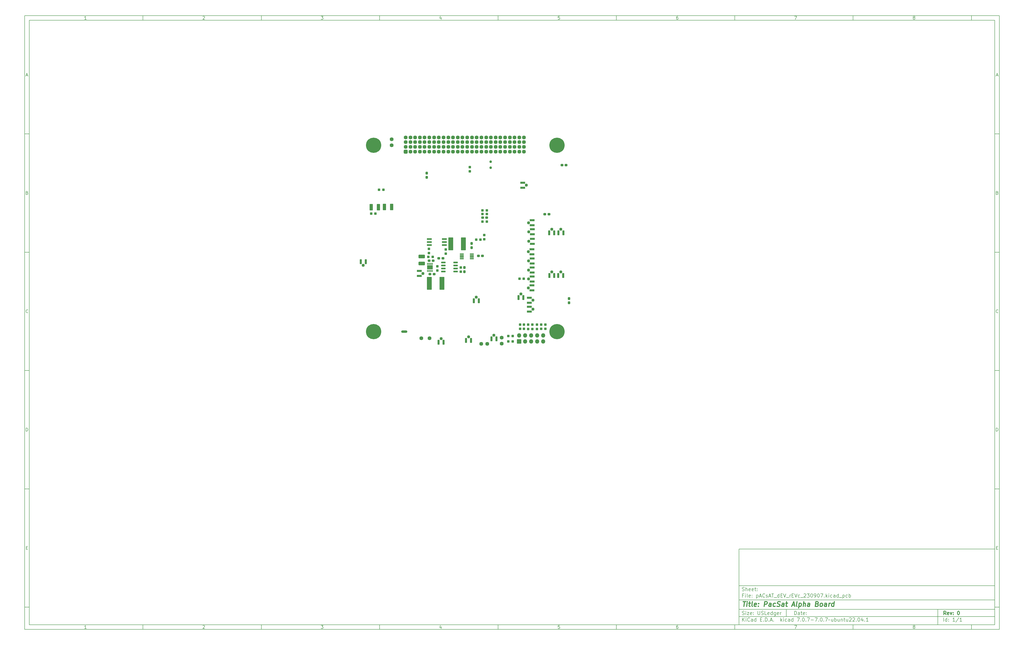
<source format=gbr>
%TF.GenerationSoftware,KiCad,Pcbnew,7.0.7-7.0.7~ubuntu22.04.1*%
%TF.CreationDate,2023-09-07T18:23:03-05:00*%
%TF.ProjectId,pACsAT_dEV_rEVc_230907,70414373-4154-45f6-9445-565f72455663,0*%
%TF.SameCoordinates,Original*%
%TF.FileFunction,Soldermask,Bot*%
%TF.FilePolarity,Negative*%
%FSLAX46Y46*%
G04 Gerber Fmt 4.6, Leading zero omitted, Abs format (unit mm)*
G04 Created by KiCad (PCBNEW 7.0.7-7.0.7~ubuntu22.04.1) date 2023-09-07 18:23:03*
%MOMM*%
%LPD*%
G01*
G04 APERTURE LIST*
G04 Aperture macros list*
%AMRoundRect*
0 Rectangle with rounded corners*
0 $1 Rounding radius*
0 $2 $3 $4 $5 $6 $7 $8 $9 X,Y pos of 4 corners*
0 Add a 4 corners polygon primitive as box body*
4,1,4,$2,$3,$4,$5,$6,$7,$8,$9,$2,$3,0*
0 Add four circle primitives for the rounded corners*
1,1,$1+$1,$2,$3*
1,1,$1+$1,$4,$5*
1,1,$1+$1,$6,$7*
1,1,$1+$1,$8,$9*
0 Add four rect primitives between the rounded corners*
20,1,$1+$1,$2,$3,$4,$5,0*
20,1,$1+$1,$4,$5,$6,$7,0*
20,1,$1+$1,$6,$7,$8,$9,0*
20,1,$1+$1,$8,$9,$2,$3,0*%
G04 Aperture macros list end*
%ADD10C,0.100000*%
%ADD11C,0.150000*%
%ADD12C,0.300000*%
%ADD13C,0.400000*%
%ADD14C,1.624000*%
%ADD15C,6.450000*%
%ADD16RoundRect,0.340840X-0.471160X-0.471160X0.471160X-0.471160X0.471160X0.471160X-0.471160X0.471160X0*%
%ADD17O,2.640000X0.989000*%
%ADD18C,1.100000*%
%ADD19RoundRect,0.050000X0.850000X-0.850000X0.850000X0.850000X-0.850000X0.850000X-0.850000X-0.850000X0*%
%ADD20O,1.800000X1.800000*%
%ADD21RoundRect,0.287500X-0.250000X-0.237500X0.250000X-0.237500X0.250000X0.237500X-0.250000X0.237500X0*%
%ADD22RoundRect,0.287500X-0.237500X0.250000X-0.237500X-0.250000X0.237500X-0.250000X0.237500X0.250000X0*%
%ADD23RoundRect,0.304000X0.254000X-0.254000X0.254000X0.254000X-0.254000X0.254000X-0.254000X-0.254000X0*%
%ADD24RoundRect,0.250000X0.200000X-0.800000X0.200000X0.800000X-0.200000X0.800000X-0.200000X-0.800000X0*%
%ADD25RoundRect,0.299999X-0.737501X-2.450001X0.737501X-2.450001X0.737501X2.450001X-0.737501X2.450001X0*%
%ADD26RoundRect,0.200000X0.725000X0.150000X-0.725000X0.150000X-0.725000X-0.150000X0.725000X-0.150000X0*%
%ADD27RoundRect,0.287500X-0.300000X-0.237500X0.300000X-0.237500X0.300000X0.237500X-0.300000X0.237500X0*%
%ADD28RoundRect,0.304000X0.254000X0.254000X-0.254000X0.254000X-0.254000X-0.254000X0.254000X-0.254000X0*%
%ADD29RoundRect,0.250000X0.800000X0.200000X-0.800000X0.200000X-0.800000X-0.200000X0.800000X-0.200000X0*%
%ADD30RoundRect,0.287500X-0.237500X0.300000X-0.237500X-0.300000X0.237500X-0.300000X0.237500X0.300000X0*%
%ADD31RoundRect,0.287500X0.250000X0.237500X-0.250000X0.237500X-0.250000X-0.237500X0.250000X-0.237500X0*%
%ADD32RoundRect,0.287500X0.300000X0.237500X-0.300000X0.237500X-0.300000X-0.237500X0.300000X-0.237500X0*%
%ADD33RoundRect,0.299999X0.737501X2.450001X-0.737501X2.450001X-0.737501X-2.450001X0.737501X-2.450001X0*%
%ADD34RoundRect,0.304000X-0.254000X0.254000X-0.254000X-0.254000X0.254000X-0.254000X0.254000X0.254000X0*%
%ADD35RoundRect,0.250000X-0.200000X0.800000X-0.200000X-0.800000X0.200000X-0.800000X0.200000X0.800000X0*%
%ADD36RoundRect,0.287500X0.237500X-0.300000X0.237500X0.300000X-0.237500X0.300000X-0.237500X-0.300000X0*%
%ADD37RoundRect,0.150000X0.712500X0.100000X-0.712500X0.100000X-0.712500X-0.100000X0.712500X-0.100000X0*%
%ADD38RoundRect,0.304000X-0.254000X-0.254000X0.254000X-0.254000X0.254000X0.254000X-0.254000X0.254000X0*%
%ADD39RoundRect,0.250000X-0.800000X-0.200000X0.800000X-0.200000X0.800000X0.200000X-0.800000X0.200000X0*%
%ADD40RoundRect,0.300001X-1.074999X0.462499X-1.074999X-0.462499X1.074999X-0.462499X1.074999X0.462499X0*%
%ADD41RoundRect,0.300000X0.400000X1.075000X-0.400000X1.075000X-0.400000X-1.075000X0.400000X-1.075000X0*%
%ADD42RoundRect,0.050000X-1.000000X-0.320000X1.000000X-0.320000X1.000000X0.320000X-1.000000X0.320000X0*%
%ADD43RoundRect,0.050000X1.175000X-0.790000X1.175000X0.790000X-1.175000X0.790000X-1.175000X-0.790000X0*%
%ADD44RoundRect,0.050000X0.150000X-0.350000X0.150000X0.350000X-0.150000X0.350000X-0.150000X-0.350000X0*%
%ADD45RoundRect,0.287500X0.237500X-0.250000X0.237500X0.250000X-0.237500X0.250000X-0.237500X-0.250000X0*%
G04 APERTURE END LIST*
D10*
D11*
X311800000Y-235400000D02*
X419800000Y-235400000D01*
X419800000Y-267400000D01*
X311800000Y-267400000D01*
X311800000Y-235400000D01*
D10*
D11*
X10000000Y-10000000D02*
X421800000Y-10000000D01*
X421800000Y-269400000D01*
X10000000Y-269400000D01*
X10000000Y-10000000D01*
D10*
D11*
X12000000Y-12000000D02*
X419800000Y-12000000D01*
X419800000Y-267400000D01*
X12000000Y-267400000D01*
X12000000Y-12000000D01*
D10*
D11*
X60000000Y-12000000D02*
X60000000Y-10000000D01*
D10*
D11*
X110000000Y-12000000D02*
X110000000Y-10000000D01*
D10*
D11*
X160000000Y-12000000D02*
X160000000Y-10000000D01*
D10*
D11*
X210000000Y-12000000D02*
X210000000Y-10000000D01*
D10*
D11*
X260000000Y-12000000D02*
X260000000Y-10000000D01*
D10*
D11*
X310000000Y-12000000D02*
X310000000Y-10000000D01*
D10*
D11*
X360000000Y-12000000D02*
X360000000Y-10000000D01*
D10*
D11*
X410000000Y-12000000D02*
X410000000Y-10000000D01*
D10*
D11*
X36089160Y-11593604D02*
X35346303Y-11593604D01*
X35717731Y-11593604D02*
X35717731Y-10293604D01*
X35717731Y-10293604D02*
X35593922Y-10479319D01*
X35593922Y-10479319D02*
X35470112Y-10603128D01*
X35470112Y-10603128D02*
X35346303Y-10665033D01*
D10*
D11*
X85346303Y-10417414D02*
X85408207Y-10355509D01*
X85408207Y-10355509D02*
X85532017Y-10293604D01*
X85532017Y-10293604D02*
X85841541Y-10293604D01*
X85841541Y-10293604D02*
X85965350Y-10355509D01*
X85965350Y-10355509D02*
X86027255Y-10417414D01*
X86027255Y-10417414D02*
X86089160Y-10541223D01*
X86089160Y-10541223D02*
X86089160Y-10665033D01*
X86089160Y-10665033D02*
X86027255Y-10850747D01*
X86027255Y-10850747D02*
X85284398Y-11593604D01*
X85284398Y-11593604D02*
X86089160Y-11593604D01*
D10*
D11*
X135284398Y-10293604D02*
X136089160Y-10293604D01*
X136089160Y-10293604D02*
X135655826Y-10788842D01*
X135655826Y-10788842D02*
X135841541Y-10788842D01*
X135841541Y-10788842D02*
X135965350Y-10850747D01*
X135965350Y-10850747D02*
X136027255Y-10912652D01*
X136027255Y-10912652D02*
X136089160Y-11036461D01*
X136089160Y-11036461D02*
X136089160Y-11345985D01*
X136089160Y-11345985D02*
X136027255Y-11469795D01*
X136027255Y-11469795D02*
X135965350Y-11531700D01*
X135965350Y-11531700D02*
X135841541Y-11593604D01*
X135841541Y-11593604D02*
X135470112Y-11593604D01*
X135470112Y-11593604D02*
X135346303Y-11531700D01*
X135346303Y-11531700D02*
X135284398Y-11469795D01*
D10*
D11*
X185965350Y-10726938D02*
X185965350Y-11593604D01*
X185655826Y-10231700D02*
X185346303Y-11160271D01*
X185346303Y-11160271D02*
X186151064Y-11160271D01*
D10*
D11*
X236027255Y-10293604D02*
X235408207Y-10293604D01*
X235408207Y-10293604D02*
X235346303Y-10912652D01*
X235346303Y-10912652D02*
X235408207Y-10850747D01*
X235408207Y-10850747D02*
X235532017Y-10788842D01*
X235532017Y-10788842D02*
X235841541Y-10788842D01*
X235841541Y-10788842D02*
X235965350Y-10850747D01*
X235965350Y-10850747D02*
X236027255Y-10912652D01*
X236027255Y-10912652D02*
X236089160Y-11036461D01*
X236089160Y-11036461D02*
X236089160Y-11345985D01*
X236089160Y-11345985D02*
X236027255Y-11469795D01*
X236027255Y-11469795D02*
X235965350Y-11531700D01*
X235965350Y-11531700D02*
X235841541Y-11593604D01*
X235841541Y-11593604D02*
X235532017Y-11593604D01*
X235532017Y-11593604D02*
X235408207Y-11531700D01*
X235408207Y-11531700D02*
X235346303Y-11469795D01*
D10*
D11*
X285965350Y-10293604D02*
X285717731Y-10293604D01*
X285717731Y-10293604D02*
X285593922Y-10355509D01*
X285593922Y-10355509D02*
X285532017Y-10417414D01*
X285532017Y-10417414D02*
X285408207Y-10603128D01*
X285408207Y-10603128D02*
X285346303Y-10850747D01*
X285346303Y-10850747D02*
X285346303Y-11345985D01*
X285346303Y-11345985D02*
X285408207Y-11469795D01*
X285408207Y-11469795D02*
X285470112Y-11531700D01*
X285470112Y-11531700D02*
X285593922Y-11593604D01*
X285593922Y-11593604D02*
X285841541Y-11593604D01*
X285841541Y-11593604D02*
X285965350Y-11531700D01*
X285965350Y-11531700D02*
X286027255Y-11469795D01*
X286027255Y-11469795D02*
X286089160Y-11345985D01*
X286089160Y-11345985D02*
X286089160Y-11036461D01*
X286089160Y-11036461D02*
X286027255Y-10912652D01*
X286027255Y-10912652D02*
X285965350Y-10850747D01*
X285965350Y-10850747D02*
X285841541Y-10788842D01*
X285841541Y-10788842D02*
X285593922Y-10788842D01*
X285593922Y-10788842D02*
X285470112Y-10850747D01*
X285470112Y-10850747D02*
X285408207Y-10912652D01*
X285408207Y-10912652D02*
X285346303Y-11036461D01*
D10*
D11*
X335284398Y-10293604D02*
X336151064Y-10293604D01*
X336151064Y-10293604D02*
X335593922Y-11593604D01*
D10*
D11*
X385593922Y-10850747D02*
X385470112Y-10788842D01*
X385470112Y-10788842D02*
X385408207Y-10726938D01*
X385408207Y-10726938D02*
X385346303Y-10603128D01*
X385346303Y-10603128D02*
X385346303Y-10541223D01*
X385346303Y-10541223D02*
X385408207Y-10417414D01*
X385408207Y-10417414D02*
X385470112Y-10355509D01*
X385470112Y-10355509D02*
X385593922Y-10293604D01*
X385593922Y-10293604D02*
X385841541Y-10293604D01*
X385841541Y-10293604D02*
X385965350Y-10355509D01*
X385965350Y-10355509D02*
X386027255Y-10417414D01*
X386027255Y-10417414D02*
X386089160Y-10541223D01*
X386089160Y-10541223D02*
X386089160Y-10603128D01*
X386089160Y-10603128D02*
X386027255Y-10726938D01*
X386027255Y-10726938D02*
X385965350Y-10788842D01*
X385965350Y-10788842D02*
X385841541Y-10850747D01*
X385841541Y-10850747D02*
X385593922Y-10850747D01*
X385593922Y-10850747D02*
X385470112Y-10912652D01*
X385470112Y-10912652D02*
X385408207Y-10974557D01*
X385408207Y-10974557D02*
X385346303Y-11098366D01*
X385346303Y-11098366D02*
X385346303Y-11345985D01*
X385346303Y-11345985D02*
X385408207Y-11469795D01*
X385408207Y-11469795D02*
X385470112Y-11531700D01*
X385470112Y-11531700D02*
X385593922Y-11593604D01*
X385593922Y-11593604D02*
X385841541Y-11593604D01*
X385841541Y-11593604D02*
X385965350Y-11531700D01*
X385965350Y-11531700D02*
X386027255Y-11469795D01*
X386027255Y-11469795D02*
X386089160Y-11345985D01*
X386089160Y-11345985D02*
X386089160Y-11098366D01*
X386089160Y-11098366D02*
X386027255Y-10974557D01*
X386027255Y-10974557D02*
X385965350Y-10912652D01*
X385965350Y-10912652D02*
X385841541Y-10850747D01*
D10*
D11*
X60000000Y-267400000D02*
X60000000Y-269400000D01*
D10*
D11*
X110000000Y-267400000D02*
X110000000Y-269400000D01*
D10*
D11*
X160000000Y-267400000D02*
X160000000Y-269400000D01*
D10*
D11*
X210000000Y-267400000D02*
X210000000Y-269400000D01*
D10*
D11*
X260000000Y-267400000D02*
X260000000Y-269400000D01*
D10*
D11*
X310000000Y-267400000D02*
X310000000Y-269400000D01*
D10*
D11*
X360000000Y-267400000D02*
X360000000Y-269400000D01*
D10*
D11*
X410000000Y-267400000D02*
X410000000Y-269400000D01*
D10*
D11*
X36089160Y-268993604D02*
X35346303Y-268993604D01*
X35717731Y-268993604D02*
X35717731Y-267693604D01*
X35717731Y-267693604D02*
X35593922Y-267879319D01*
X35593922Y-267879319D02*
X35470112Y-268003128D01*
X35470112Y-268003128D02*
X35346303Y-268065033D01*
D10*
D11*
X85346303Y-267817414D02*
X85408207Y-267755509D01*
X85408207Y-267755509D02*
X85532017Y-267693604D01*
X85532017Y-267693604D02*
X85841541Y-267693604D01*
X85841541Y-267693604D02*
X85965350Y-267755509D01*
X85965350Y-267755509D02*
X86027255Y-267817414D01*
X86027255Y-267817414D02*
X86089160Y-267941223D01*
X86089160Y-267941223D02*
X86089160Y-268065033D01*
X86089160Y-268065033D02*
X86027255Y-268250747D01*
X86027255Y-268250747D02*
X85284398Y-268993604D01*
X85284398Y-268993604D02*
X86089160Y-268993604D01*
D10*
D11*
X135284398Y-267693604D02*
X136089160Y-267693604D01*
X136089160Y-267693604D02*
X135655826Y-268188842D01*
X135655826Y-268188842D02*
X135841541Y-268188842D01*
X135841541Y-268188842D02*
X135965350Y-268250747D01*
X135965350Y-268250747D02*
X136027255Y-268312652D01*
X136027255Y-268312652D02*
X136089160Y-268436461D01*
X136089160Y-268436461D02*
X136089160Y-268745985D01*
X136089160Y-268745985D02*
X136027255Y-268869795D01*
X136027255Y-268869795D02*
X135965350Y-268931700D01*
X135965350Y-268931700D02*
X135841541Y-268993604D01*
X135841541Y-268993604D02*
X135470112Y-268993604D01*
X135470112Y-268993604D02*
X135346303Y-268931700D01*
X135346303Y-268931700D02*
X135284398Y-268869795D01*
D10*
D11*
X185965350Y-268126938D02*
X185965350Y-268993604D01*
X185655826Y-267631700D02*
X185346303Y-268560271D01*
X185346303Y-268560271D02*
X186151064Y-268560271D01*
D10*
D11*
X236027255Y-267693604D02*
X235408207Y-267693604D01*
X235408207Y-267693604D02*
X235346303Y-268312652D01*
X235346303Y-268312652D02*
X235408207Y-268250747D01*
X235408207Y-268250747D02*
X235532017Y-268188842D01*
X235532017Y-268188842D02*
X235841541Y-268188842D01*
X235841541Y-268188842D02*
X235965350Y-268250747D01*
X235965350Y-268250747D02*
X236027255Y-268312652D01*
X236027255Y-268312652D02*
X236089160Y-268436461D01*
X236089160Y-268436461D02*
X236089160Y-268745985D01*
X236089160Y-268745985D02*
X236027255Y-268869795D01*
X236027255Y-268869795D02*
X235965350Y-268931700D01*
X235965350Y-268931700D02*
X235841541Y-268993604D01*
X235841541Y-268993604D02*
X235532017Y-268993604D01*
X235532017Y-268993604D02*
X235408207Y-268931700D01*
X235408207Y-268931700D02*
X235346303Y-268869795D01*
D10*
D11*
X285965350Y-267693604D02*
X285717731Y-267693604D01*
X285717731Y-267693604D02*
X285593922Y-267755509D01*
X285593922Y-267755509D02*
X285532017Y-267817414D01*
X285532017Y-267817414D02*
X285408207Y-268003128D01*
X285408207Y-268003128D02*
X285346303Y-268250747D01*
X285346303Y-268250747D02*
X285346303Y-268745985D01*
X285346303Y-268745985D02*
X285408207Y-268869795D01*
X285408207Y-268869795D02*
X285470112Y-268931700D01*
X285470112Y-268931700D02*
X285593922Y-268993604D01*
X285593922Y-268993604D02*
X285841541Y-268993604D01*
X285841541Y-268993604D02*
X285965350Y-268931700D01*
X285965350Y-268931700D02*
X286027255Y-268869795D01*
X286027255Y-268869795D02*
X286089160Y-268745985D01*
X286089160Y-268745985D02*
X286089160Y-268436461D01*
X286089160Y-268436461D02*
X286027255Y-268312652D01*
X286027255Y-268312652D02*
X285965350Y-268250747D01*
X285965350Y-268250747D02*
X285841541Y-268188842D01*
X285841541Y-268188842D02*
X285593922Y-268188842D01*
X285593922Y-268188842D02*
X285470112Y-268250747D01*
X285470112Y-268250747D02*
X285408207Y-268312652D01*
X285408207Y-268312652D02*
X285346303Y-268436461D01*
D10*
D11*
X335284398Y-267693604D02*
X336151064Y-267693604D01*
X336151064Y-267693604D02*
X335593922Y-268993604D01*
D10*
D11*
X385593922Y-268250747D02*
X385470112Y-268188842D01*
X385470112Y-268188842D02*
X385408207Y-268126938D01*
X385408207Y-268126938D02*
X385346303Y-268003128D01*
X385346303Y-268003128D02*
X385346303Y-267941223D01*
X385346303Y-267941223D02*
X385408207Y-267817414D01*
X385408207Y-267817414D02*
X385470112Y-267755509D01*
X385470112Y-267755509D02*
X385593922Y-267693604D01*
X385593922Y-267693604D02*
X385841541Y-267693604D01*
X385841541Y-267693604D02*
X385965350Y-267755509D01*
X385965350Y-267755509D02*
X386027255Y-267817414D01*
X386027255Y-267817414D02*
X386089160Y-267941223D01*
X386089160Y-267941223D02*
X386089160Y-268003128D01*
X386089160Y-268003128D02*
X386027255Y-268126938D01*
X386027255Y-268126938D02*
X385965350Y-268188842D01*
X385965350Y-268188842D02*
X385841541Y-268250747D01*
X385841541Y-268250747D02*
X385593922Y-268250747D01*
X385593922Y-268250747D02*
X385470112Y-268312652D01*
X385470112Y-268312652D02*
X385408207Y-268374557D01*
X385408207Y-268374557D02*
X385346303Y-268498366D01*
X385346303Y-268498366D02*
X385346303Y-268745985D01*
X385346303Y-268745985D02*
X385408207Y-268869795D01*
X385408207Y-268869795D02*
X385470112Y-268931700D01*
X385470112Y-268931700D02*
X385593922Y-268993604D01*
X385593922Y-268993604D02*
X385841541Y-268993604D01*
X385841541Y-268993604D02*
X385965350Y-268931700D01*
X385965350Y-268931700D02*
X386027255Y-268869795D01*
X386027255Y-268869795D02*
X386089160Y-268745985D01*
X386089160Y-268745985D02*
X386089160Y-268498366D01*
X386089160Y-268498366D02*
X386027255Y-268374557D01*
X386027255Y-268374557D02*
X385965350Y-268312652D01*
X385965350Y-268312652D02*
X385841541Y-268250747D01*
D10*
D11*
X10000000Y-60000000D02*
X12000000Y-60000000D01*
D10*
D11*
X10000000Y-110000000D02*
X12000000Y-110000000D01*
D10*
D11*
X10000000Y-160000000D02*
X12000000Y-160000000D01*
D10*
D11*
X10000000Y-210000000D02*
X12000000Y-210000000D01*
D10*
D11*
X10000000Y-260000000D02*
X12000000Y-260000000D01*
D10*
D11*
X10690476Y-35222176D02*
X11309523Y-35222176D01*
X10566666Y-35593604D02*
X10999999Y-34293604D01*
X10999999Y-34293604D02*
X11433333Y-35593604D01*
D10*
D11*
X11092857Y-84912652D02*
X11278571Y-84974557D01*
X11278571Y-84974557D02*
X11340476Y-85036461D01*
X11340476Y-85036461D02*
X11402380Y-85160271D01*
X11402380Y-85160271D02*
X11402380Y-85345985D01*
X11402380Y-85345985D02*
X11340476Y-85469795D01*
X11340476Y-85469795D02*
X11278571Y-85531700D01*
X11278571Y-85531700D02*
X11154761Y-85593604D01*
X11154761Y-85593604D02*
X10659523Y-85593604D01*
X10659523Y-85593604D02*
X10659523Y-84293604D01*
X10659523Y-84293604D02*
X11092857Y-84293604D01*
X11092857Y-84293604D02*
X11216666Y-84355509D01*
X11216666Y-84355509D02*
X11278571Y-84417414D01*
X11278571Y-84417414D02*
X11340476Y-84541223D01*
X11340476Y-84541223D02*
X11340476Y-84665033D01*
X11340476Y-84665033D02*
X11278571Y-84788842D01*
X11278571Y-84788842D02*
X11216666Y-84850747D01*
X11216666Y-84850747D02*
X11092857Y-84912652D01*
X11092857Y-84912652D02*
X10659523Y-84912652D01*
D10*
D11*
X11402380Y-135469795D02*
X11340476Y-135531700D01*
X11340476Y-135531700D02*
X11154761Y-135593604D01*
X11154761Y-135593604D02*
X11030952Y-135593604D01*
X11030952Y-135593604D02*
X10845238Y-135531700D01*
X10845238Y-135531700D02*
X10721428Y-135407890D01*
X10721428Y-135407890D02*
X10659523Y-135284080D01*
X10659523Y-135284080D02*
X10597619Y-135036461D01*
X10597619Y-135036461D02*
X10597619Y-134850747D01*
X10597619Y-134850747D02*
X10659523Y-134603128D01*
X10659523Y-134603128D02*
X10721428Y-134479319D01*
X10721428Y-134479319D02*
X10845238Y-134355509D01*
X10845238Y-134355509D02*
X11030952Y-134293604D01*
X11030952Y-134293604D02*
X11154761Y-134293604D01*
X11154761Y-134293604D02*
X11340476Y-134355509D01*
X11340476Y-134355509D02*
X11402380Y-134417414D01*
D10*
D11*
X10659523Y-185593604D02*
X10659523Y-184293604D01*
X10659523Y-184293604D02*
X10969047Y-184293604D01*
X10969047Y-184293604D02*
X11154761Y-184355509D01*
X11154761Y-184355509D02*
X11278571Y-184479319D01*
X11278571Y-184479319D02*
X11340476Y-184603128D01*
X11340476Y-184603128D02*
X11402380Y-184850747D01*
X11402380Y-184850747D02*
X11402380Y-185036461D01*
X11402380Y-185036461D02*
X11340476Y-185284080D01*
X11340476Y-185284080D02*
X11278571Y-185407890D01*
X11278571Y-185407890D02*
X11154761Y-185531700D01*
X11154761Y-185531700D02*
X10969047Y-185593604D01*
X10969047Y-185593604D02*
X10659523Y-185593604D01*
D10*
D11*
X10721428Y-234912652D02*
X11154762Y-234912652D01*
X11340476Y-235593604D02*
X10721428Y-235593604D01*
X10721428Y-235593604D02*
X10721428Y-234293604D01*
X10721428Y-234293604D02*
X11340476Y-234293604D01*
D10*
D11*
X421800000Y-60000000D02*
X419800000Y-60000000D01*
D10*
D11*
X421800000Y-110000000D02*
X419800000Y-110000000D01*
D10*
D11*
X421800000Y-160000000D02*
X419800000Y-160000000D01*
D10*
D11*
X421800000Y-210000000D02*
X419800000Y-210000000D01*
D10*
D11*
X421800000Y-260000000D02*
X419800000Y-260000000D01*
D10*
D11*
X420490476Y-35222176D02*
X421109523Y-35222176D01*
X420366666Y-35593604D02*
X420799999Y-34293604D01*
X420799999Y-34293604D02*
X421233333Y-35593604D01*
D10*
D11*
X420892857Y-84912652D02*
X421078571Y-84974557D01*
X421078571Y-84974557D02*
X421140476Y-85036461D01*
X421140476Y-85036461D02*
X421202380Y-85160271D01*
X421202380Y-85160271D02*
X421202380Y-85345985D01*
X421202380Y-85345985D02*
X421140476Y-85469795D01*
X421140476Y-85469795D02*
X421078571Y-85531700D01*
X421078571Y-85531700D02*
X420954761Y-85593604D01*
X420954761Y-85593604D02*
X420459523Y-85593604D01*
X420459523Y-85593604D02*
X420459523Y-84293604D01*
X420459523Y-84293604D02*
X420892857Y-84293604D01*
X420892857Y-84293604D02*
X421016666Y-84355509D01*
X421016666Y-84355509D02*
X421078571Y-84417414D01*
X421078571Y-84417414D02*
X421140476Y-84541223D01*
X421140476Y-84541223D02*
X421140476Y-84665033D01*
X421140476Y-84665033D02*
X421078571Y-84788842D01*
X421078571Y-84788842D02*
X421016666Y-84850747D01*
X421016666Y-84850747D02*
X420892857Y-84912652D01*
X420892857Y-84912652D02*
X420459523Y-84912652D01*
D10*
D11*
X421202380Y-135469795D02*
X421140476Y-135531700D01*
X421140476Y-135531700D02*
X420954761Y-135593604D01*
X420954761Y-135593604D02*
X420830952Y-135593604D01*
X420830952Y-135593604D02*
X420645238Y-135531700D01*
X420645238Y-135531700D02*
X420521428Y-135407890D01*
X420521428Y-135407890D02*
X420459523Y-135284080D01*
X420459523Y-135284080D02*
X420397619Y-135036461D01*
X420397619Y-135036461D02*
X420397619Y-134850747D01*
X420397619Y-134850747D02*
X420459523Y-134603128D01*
X420459523Y-134603128D02*
X420521428Y-134479319D01*
X420521428Y-134479319D02*
X420645238Y-134355509D01*
X420645238Y-134355509D02*
X420830952Y-134293604D01*
X420830952Y-134293604D02*
X420954761Y-134293604D01*
X420954761Y-134293604D02*
X421140476Y-134355509D01*
X421140476Y-134355509D02*
X421202380Y-134417414D01*
D10*
D11*
X420459523Y-185593604D02*
X420459523Y-184293604D01*
X420459523Y-184293604D02*
X420769047Y-184293604D01*
X420769047Y-184293604D02*
X420954761Y-184355509D01*
X420954761Y-184355509D02*
X421078571Y-184479319D01*
X421078571Y-184479319D02*
X421140476Y-184603128D01*
X421140476Y-184603128D02*
X421202380Y-184850747D01*
X421202380Y-184850747D02*
X421202380Y-185036461D01*
X421202380Y-185036461D02*
X421140476Y-185284080D01*
X421140476Y-185284080D02*
X421078571Y-185407890D01*
X421078571Y-185407890D02*
X420954761Y-185531700D01*
X420954761Y-185531700D02*
X420769047Y-185593604D01*
X420769047Y-185593604D02*
X420459523Y-185593604D01*
D10*
D11*
X420521428Y-234912652D02*
X420954762Y-234912652D01*
X421140476Y-235593604D02*
X420521428Y-235593604D01*
X420521428Y-235593604D02*
X420521428Y-234293604D01*
X420521428Y-234293604D02*
X421140476Y-234293604D01*
D10*
D11*
X335255826Y-263186128D02*
X335255826Y-261686128D01*
X335255826Y-261686128D02*
X335612969Y-261686128D01*
X335612969Y-261686128D02*
X335827255Y-261757557D01*
X335827255Y-261757557D02*
X335970112Y-261900414D01*
X335970112Y-261900414D02*
X336041541Y-262043271D01*
X336041541Y-262043271D02*
X336112969Y-262328985D01*
X336112969Y-262328985D02*
X336112969Y-262543271D01*
X336112969Y-262543271D02*
X336041541Y-262828985D01*
X336041541Y-262828985D02*
X335970112Y-262971842D01*
X335970112Y-262971842D02*
X335827255Y-263114700D01*
X335827255Y-263114700D02*
X335612969Y-263186128D01*
X335612969Y-263186128D02*
X335255826Y-263186128D01*
X337398684Y-263186128D02*
X337398684Y-262400414D01*
X337398684Y-262400414D02*
X337327255Y-262257557D01*
X337327255Y-262257557D02*
X337184398Y-262186128D01*
X337184398Y-262186128D02*
X336898684Y-262186128D01*
X336898684Y-262186128D02*
X336755826Y-262257557D01*
X337398684Y-263114700D02*
X337255826Y-263186128D01*
X337255826Y-263186128D02*
X336898684Y-263186128D01*
X336898684Y-263186128D02*
X336755826Y-263114700D01*
X336755826Y-263114700D02*
X336684398Y-262971842D01*
X336684398Y-262971842D02*
X336684398Y-262828985D01*
X336684398Y-262828985D02*
X336755826Y-262686128D01*
X336755826Y-262686128D02*
X336898684Y-262614700D01*
X336898684Y-262614700D02*
X337255826Y-262614700D01*
X337255826Y-262614700D02*
X337398684Y-262543271D01*
X337898684Y-262186128D02*
X338470112Y-262186128D01*
X338112969Y-261686128D02*
X338112969Y-262971842D01*
X338112969Y-262971842D02*
X338184398Y-263114700D01*
X338184398Y-263114700D02*
X338327255Y-263186128D01*
X338327255Y-263186128D02*
X338470112Y-263186128D01*
X339541541Y-263114700D02*
X339398684Y-263186128D01*
X339398684Y-263186128D02*
X339112970Y-263186128D01*
X339112970Y-263186128D02*
X338970112Y-263114700D01*
X338970112Y-263114700D02*
X338898684Y-262971842D01*
X338898684Y-262971842D02*
X338898684Y-262400414D01*
X338898684Y-262400414D02*
X338970112Y-262257557D01*
X338970112Y-262257557D02*
X339112970Y-262186128D01*
X339112970Y-262186128D02*
X339398684Y-262186128D01*
X339398684Y-262186128D02*
X339541541Y-262257557D01*
X339541541Y-262257557D02*
X339612970Y-262400414D01*
X339612970Y-262400414D02*
X339612970Y-262543271D01*
X339612970Y-262543271D02*
X338898684Y-262686128D01*
X340255826Y-263043271D02*
X340327255Y-263114700D01*
X340327255Y-263114700D02*
X340255826Y-263186128D01*
X340255826Y-263186128D02*
X340184398Y-263114700D01*
X340184398Y-263114700D02*
X340255826Y-263043271D01*
X340255826Y-263043271D02*
X340255826Y-263186128D01*
X340255826Y-262257557D02*
X340327255Y-262328985D01*
X340327255Y-262328985D02*
X340255826Y-262400414D01*
X340255826Y-262400414D02*
X340184398Y-262328985D01*
X340184398Y-262328985D02*
X340255826Y-262257557D01*
X340255826Y-262257557D02*
X340255826Y-262400414D01*
D10*
D11*
X311800000Y-263900000D02*
X419800000Y-263900000D01*
D10*
D11*
X313255826Y-265986128D02*
X313255826Y-264486128D01*
X314112969Y-265986128D02*
X313470112Y-265128985D01*
X314112969Y-264486128D02*
X313255826Y-265343271D01*
X314755826Y-265986128D02*
X314755826Y-264986128D01*
X314755826Y-264486128D02*
X314684398Y-264557557D01*
X314684398Y-264557557D02*
X314755826Y-264628985D01*
X314755826Y-264628985D02*
X314827255Y-264557557D01*
X314827255Y-264557557D02*
X314755826Y-264486128D01*
X314755826Y-264486128D02*
X314755826Y-264628985D01*
X316327255Y-265843271D02*
X316255827Y-265914700D01*
X316255827Y-265914700D02*
X316041541Y-265986128D01*
X316041541Y-265986128D02*
X315898684Y-265986128D01*
X315898684Y-265986128D02*
X315684398Y-265914700D01*
X315684398Y-265914700D02*
X315541541Y-265771842D01*
X315541541Y-265771842D02*
X315470112Y-265628985D01*
X315470112Y-265628985D02*
X315398684Y-265343271D01*
X315398684Y-265343271D02*
X315398684Y-265128985D01*
X315398684Y-265128985D02*
X315470112Y-264843271D01*
X315470112Y-264843271D02*
X315541541Y-264700414D01*
X315541541Y-264700414D02*
X315684398Y-264557557D01*
X315684398Y-264557557D02*
X315898684Y-264486128D01*
X315898684Y-264486128D02*
X316041541Y-264486128D01*
X316041541Y-264486128D02*
X316255827Y-264557557D01*
X316255827Y-264557557D02*
X316327255Y-264628985D01*
X317612970Y-265986128D02*
X317612970Y-265200414D01*
X317612970Y-265200414D02*
X317541541Y-265057557D01*
X317541541Y-265057557D02*
X317398684Y-264986128D01*
X317398684Y-264986128D02*
X317112970Y-264986128D01*
X317112970Y-264986128D02*
X316970112Y-265057557D01*
X317612970Y-265914700D02*
X317470112Y-265986128D01*
X317470112Y-265986128D02*
X317112970Y-265986128D01*
X317112970Y-265986128D02*
X316970112Y-265914700D01*
X316970112Y-265914700D02*
X316898684Y-265771842D01*
X316898684Y-265771842D02*
X316898684Y-265628985D01*
X316898684Y-265628985D02*
X316970112Y-265486128D01*
X316970112Y-265486128D02*
X317112970Y-265414700D01*
X317112970Y-265414700D02*
X317470112Y-265414700D01*
X317470112Y-265414700D02*
X317612970Y-265343271D01*
X318970113Y-265986128D02*
X318970113Y-264486128D01*
X318970113Y-265914700D02*
X318827255Y-265986128D01*
X318827255Y-265986128D02*
X318541541Y-265986128D01*
X318541541Y-265986128D02*
X318398684Y-265914700D01*
X318398684Y-265914700D02*
X318327255Y-265843271D01*
X318327255Y-265843271D02*
X318255827Y-265700414D01*
X318255827Y-265700414D02*
X318255827Y-265271842D01*
X318255827Y-265271842D02*
X318327255Y-265128985D01*
X318327255Y-265128985D02*
X318398684Y-265057557D01*
X318398684Y-265057557D02*
X318541541Y-264986128D01*
X318541541Y-264986128D02*
X318827255Y-264986128D01*
X318827255Y-264986128D02*
X318970113Y-265057557D01*
X320827255Y-265200414D02*
X321327255Y-265200414D01*
X321541541Y-265986128D02*
X320827255Y-265986128D01*
X320827255Y-265986128D02*
X320827255Y-264486128D01*
X320827255Y-264486128D02*
X321541541Y-264486128D01*
X322184398Y-265843271D02*
X322255827Y-265914700D01*
X322255827Y-265914700D02*
X322184398Y-265986128D01*
X322184398Y-265986128D02*
X322112970Y-265914700D01*
X322112970Y-265914700D02*
X322184398Y-265843271D01*
X322184398Y-265843271D02*
X322184398Y-265986128D01*
X322898684Y-265986128D02*
X322898684Y-264486128D01*
X322898684Y-264486128D02*
X323255827Y-264486128D01*
X323255827Y-264486128D02*
X323470113Y-264557557D01*
X323470113Y-264557557D02*
X323612970Y-264700414D01*
X323612970Y-264700414D02*
X323684399Y-264843271D01*
X323684399Y-264843271D02*
X323755827Y-265128985D01*
X323755827Y-265128985D02*
X323755827Y-265343271D01*
X323755827Y-265343271D02*
X323684399Y-265628985D01*
X323684399Y-265628985D02*
X323612970Y-265771842D01*
X323612970Y-265771842D02*
X323470113Y-265914700D01*
X323470113Y-265914700D02*
X323255827Y-265986128D01*
X323255827Y-265986128D02*
X322898684Y-265986128D01*
X324398684Y-265843271D02*
X324470113Y-265914700D01*
X324470113Y-265914700D02*
X324398684Y-265986128D01*
X324398684Y-265986128D02*
X324327256Y-265914700D01*
X324327256Y-265914700D02*
X324398684Y-265843271D01*
X324398684Y-265843271D02*
X324398684Y-265986128D01*
X325041542Y-265557557D02*
X325755828Y-265557557D01*
X324898685Y-265986128D02*
X325398685Y-264486128D01*
X325398685Y-264486128D02*
X325898685Y-265986128D01*
X326398684Y-265843271D02*
X326470113Y-265914700D01*
X326470113Y-265914700D02*
X326398684Y-265986128D01*
X326398684Y-265986128D02*
X326327256Y-265914700D01*
X326327256Y-265914700D02*
X326398684Y-265843271D01*
X326398684Y-265843271D02*
X326398684Y-265986128D01*
X329398684Y-265986128D02*
X329398684Y-264486128D01*
X329541542Y-265414700D02*
X329970113Y-265986128D01*
X329970113Y-264986128D02*
X329398684Y-265557557D01*
X330612970Y-265986128D02*
X330612970Y-264986128D01*
X330612970Y-264486128D02*
X330541542Y-264557557D01*
X330541542Y-264557557D02*
X330612970Y-264628985D01*
X330612970Y-264628985D02*
X330684399Y-264557557D01*
X330684399Y-264557557D02*
X330612970Y-264486128D01*
X330612970Y-264486128D02*
X330612970Y-264628985D01*
X331970114Y-265914700D02*
X331827256Y-265986128D01*
X331827256Y-265986128D02*
X331541542Y-265986128D01*
X331541542Y-265986128D02*
X331398685Y-265914700D01*
X331398685Y-265914700D02*
X331327256Y-265843271D01*
X331327256Y-265843271D02*
X331255828Y-265700414D01*
X331255828Y-265700414D02*
X331255828Y-265271842D01*
X331255828Y-265271842D02*
X331327256Y-265128985D01*
X331327256Y-265128985D02*
X331398685Y-265057557D01*
X331398685Y-265057557D02*
X331541542Y-264986128D01*
X331541542Y-264986128D02*
X331827256Y-264986128D01*
X331827256Y-264986128D02*
X331970114Y-265057557D01*
X333255828Y-265986128D02*
X333255828Y-265200414D01*
X333255828Y-265200414D02*
X333184399Y-265057557D01*
X333184399Y-265057557D02*
X333041542Y-264986128D01*
X333041542Y-264986128D02*
X332755828Y-264986128D01*
X332755828Y-264986128D02*
X332612970Y-265057557D01*
X333255828Y-265914700D02*
X333112970Y-265986128D01*
X333112970Y-265986128D02*
X332755828Y-265986128D01*
X332755828Y-265986128D02*
X332612970Y-265914700D01*
X332612970Y-265914700D02*
X332541542Y-265771842D01*
X332541542Y-265771842D02*
X332541542Y-265628985D01*
X332541542Y-265628985D02*
X332612970Y-265486128D01*
X332612970Y-265486128D02*
X332755828Y-265414700D01*
X332755828Y-265414700D02*
X333112970Y-265414700D01*
X333112970Y-265414700D02*
X333255828Y-265343271D01*
X334612971Y-265986128D02*
X334612971Y-264486128D01*
X334612971Y-265914700D02*
X334470113Y-265986128D01*
X334470113Y-265986128D02*
X334184399Y-265986128D01*
X334184399Y-265986128D02*
X334041542Y-265914700D01*
X334041542Y-265914700D02*
X333970113Y-265843271D01*
X333970113Y-265843271D02*
X333898685Y-265700414D01*
X333898685Y-265700414D02*
X333898685Y-265271842D01*
X333898685Y-265271842D02*
X333970113Y-265128985D01*
X333970113Y-265128985D02*
X334041542Y-265057557D01*
X334041542Y-265057557D02*
X334184399Y-264986128D01*
X334184399Y-264986128D02*
X334470113Y-264986128D01*
X334470113Y-264986128D02*
X334612971Y-265057557D01*
X336327256Y-264486128D02*
X337327256Y-264486128D01*
X337327256Y-264486128D02*
X336684399Y-265986128D01*
X337898684Y-265843271D02*
X337970113Y-265914700D01*
X337970113Y-265914700D02*
X337898684Y-265986128D01*
X337898684Y-265986128D02*
X337827256Y-265914700D01*
X337827256Y-265914700D02*
X337898684Y-265843271D01*
X337898684Y-265843271D02*
X337898684Y-265986128D01*
X338898685Y-264486128D02*
X339041542Y-264486128D01*
X339041542Y-264486128D02*
X339184399Y-264557557D01*
X339184399Y-264557557D02*
X339255828Y-264628985D01*
X339255828Y-264628985D02*
X339327256Y-264771842D01*
X339327256Y-264771842D02*
X339398685Y-265057557D01*
X339398685Y-265057557D02*
X339398685Y-265414700D01*
X339398685Y-265414700D02*
X339327256Y-265700414D01*
X339327256Y-265700414D02*
X339255828Y-265843271D01*
X339255828Y-265843271D02*
X339184399Y-265914700D01*
X339184399Y-265914700D02*
X339041542Y-265986128D01*
X339041542Y-265986128D02*
X338898685Y-265986128D01*
X338898685Y-265986128D02*
X338755828Y-265914700D01*
X338755828Y-265914700D02*
X338684399Y-265843271D01*
X338684399Y-265843271D02*
X338612970Y-265700414D01*
X338612970Y-265700414D02*
X338541542Y-265414700D01*
X338541542Y-265414700D02*
X338541542Y-265057557D01*
X338541542Y-265057557D02*
X338612970Y-264771842D01*
X338612970Y-264771842D02*
X338684399Y-264628985D01*
X338684399Y-264628985D02*
X338755828Y-264557557D01*
X338755828Y-264557557D02*
X338898685Y-264486128D01*
X340041541Y-265843271D02*
X340112970Y-265914700D01*
X340112970Y-265914700D02*
X340041541Y-265986128D01*
X340041541Y-265986128D02*
X339970113Y-265914700D01*
X339970113Y-265914700D02*
X340041541Y-265843271D01*
X340041541Y-265843271D02*
X340041541Y-265986128D01*
X340612970Y-264486128D02*
X341612970Y-264486128D01*
X341612970Y-264486128D02*
X340970113Y-265986128D01*
X342184398Y-265414700D02*
X343327256Y-265414700D01*
X343898684Y-264486128D02*
X344898684Y-264486128D01*
X344898684Y-264486128D02*
X344255827Y-265986128D01*
X345470112Y-265843271D02*
X345541541Y-265914700D01*
X345541541Y-265914700D02*
X345470112Y-265986128D01*
X345470112Y-265986128D02*
X345398684Y-265914700D01*
X345398684Y-265914700D02*
X345470112Y-265843271D01*
X345470112Y-265843271D02*
X345470112Y-265986128D01*
X346470113Y-264486128D02*
X346612970Y-264486128D01*
X346612970Y-264486128D02*
X346755827Y-264557557D01*
X346755827Y-264557557D02*
X346827256Y-264628985D01*
X346827256Y-264628985D02*
X346898684Y-264771842D01*
X346898684Y-264771842D02*
X346970113Y-265057557D01*
X346970113Y-265057557D02*
X346970113Y-265414700D01*
X346970113Y-265414700D02*
X346898684Y-265700414D01*
X346898684Y-265700414D02*
X346827256Y-265843271D01*
X346827256Y-265843271D02*
X346755827Y-265914700D01*
X346755827Y-265914700D02*
X346612970Y-265986128D01*
X346612970Y-265986128D02*
X346470113Y-265986128D01*
X346470113Y-265986128D02*
X346327256Y-265914700D01*
X346327256Y-265914700D02*
X346255827Y-265843271D01*
X346255827Y-265843271D02*
X346184398Y-265700414D01*
X346184398Y-265700414D02*
X346112970Y-265414700D01*
X346112970Y-265414700D02*
X346112970Y-265057557D01*
X346112970Y-265057557D02*
X346184398Y-264771842D01*
X346184398Y-264771842D02*
X346255827Y-264628985D01*
X346255827Y-264628985D02*
X346327256Y-264557557D01*
X346327256Y-264557557D02*
X346470113Y-264486128D01*
X347612969Y-265843271D02*
X347684398Y-265914700D01*
X347684398Y-265914700D02*
X347612969Y-265986128D01*
X347612969Y-265986128D02*
X347541541Y-265914700D01*
X347541541Y-265914700D02*
X347612969Y-265843271D01*
X347612969Y-265843271D02*
X347612969Y-265986128D01*
X348184398Y-264486128D02*
X349184398Y-264486128D01*
X349184398Y-264486128D02*
X348541541Y-265986128D01*
X349541541Y-265414700D02*
X349612969Y-265343271D01*
X349612969Y-265343271D02*
X349755826Y-265271842D01*
X349755826Y-265271842D02*
X350041541Y-265414700D01*
X350041541Y-265414700D02*
X350184398Y-265343271D01*
X350184398Y-265343271D02*
X350255826Y-265271842D01*
X351470113Y-264986128D02*
X351470113Y-265986128D01*
X350827255Y-264986128D02*
X350827255Y-265771842D01*
X350827255Y-265771842D02*
X350898684Y-265914700D01*
X350898684Y-265914700D02*
X351041541Y-265986128D01*
X351041541Y-265986128D02*
X351255827Y-265986128D01*
X351255827Y-265986128D02*
X351398684Y-265914700D01*
X351398684Y-265914700D02*
X351470113Y-265843271D01*
X352184398Y-265986128D02*
X352184398Y-264486128D01*
X352184398Y-265057557D02*
X352327256Y-264986128D01*
X352327256Y-264986128D02*
X352612970Y-264986128D01*
X352612970Y-264986128D02*
X352755827Y-265057557D01*
X352755827Y-265057557D02*
X352827256Y-265128985D01*
X352827256Y-265128985D02*
X352898684Y-265271842D01*
X352898684Y-265271842D02*
X352898684Y-265700414D01*
X352898684Y-265700414D02*
X352827256Y-265843271D01*
X352827256Y-265843271D02*
X352755827Y-265914700D01*
X352755827Y-265914700D02*
X352612970Y-265986128D01*
X352612970Y-265986128D02*
X352327256Y-265986128D01*
X352327256Y-265986128D02*
X352184398Y-265914700D01*
X354184399Y-264986128D02*
X354184399Y-265986128D01*
X353541541Y-264986128D02*
X353541541Y-265771842D01*
X353541541Y-265771842D02*
X353612970Y-265914700D01*
X353612970Y-265914700D02*
X353755827Y-265986128D01*
X353755827Y-265986128D02*
X353970113Y-265986128D01*
X353970113Y-265986128D02*
X354112970Y-265914700D01*
X354112970Y-265914700D02*
X354184399Y-265843271D01*
X354898684Y-264986128D02*
X354898684Y-265986128D01*
X354898684Y-265128985D02*
X354970113Y-265057557D01*
X354970113Y-265057557D02*
X355112970Y-264986128D01*
X355112970Y-264986128D02*
X355327256Y-264986128D01*
X355327256Y-264986128D02*
X355470113Y-265057557D01*
X355470113Y-265057557D02*
X355541542Y-265200414D01*
X355541542Y-265200414D02*
X355541542Y-265986128D01*
X356041542Y-264986128D02*
X356612970Y-264986128D01*
X356255827Y-264486128D02*
X356255827Y-265771842D01*
X356255827Y-265771842D02*
X356327256Y-265914700D01*
X356327256Y-265914700D02*
X356470113Y-265986128D01*
X356470113Y-265986128D02*
X356612970Y-265986128D01*
X357755828Y-264986128D02*
X357755828Y-265986128D01*
X357112970Y-264986128D02*
X357112970Y-265771842D01*
X357112970Y-265771842D02*
X357184399Y-265914700D01*
X357184399Y-265914700D02*
X357327256Y-265986128D01*
X357327256Y-265986128D02*
X357541542Y-265986128D01*
X357541542Y-265986128D02*
X357684399Y-265914700D01*
X357684399Y-265914700D02*
X357755828Y-265843271D01*
X358398685Y-264628985D02*
X358470113Y-264557557D01*
X358470113Y-264557557D02*
X358612971Y-264486128D01*
X358612971Y-264486128D02*
X358970113Y-264486128D01*
X358970113Y-264486128D02*
X359112971Y-264557557D01*
X359112971Y-264557557D02*
X359184399Y-264628985D01*
X359184399Y-264628985D02*
X359255828Y-264771842D01*
X359255828Y-264771842D02*
X359255828Y-264914700D01*
X359255828Y-264914700D02*
X359184399Y-265128985D01*
X359184399Y-265128985D02*
X358327256Y-265986128D01*
X358327256Y-265986128D02*
X359255828Y-265986128D01*
X359827256Y-264628985D02*
X359898684Y-264557557D01*
X359898684Y-264557557D02*
X360041542Y-264486128D01*
X360041542Y-264486128D02*
X360398684Y-264486128D01*
X360398684Y-264486128D02*
X360541542Y-264557557D01*
X360541542Y-264557557D02*
X360612970Y-264628985D01*
X360612970Y-264628985D02*
X360684399Y-264771842D01*
X360684399Y-264771842D02*
X360684399Y-264914700D01*
X360684399Y-264914700D02*
X360612970Y-265128985D01*
X360612970Y-265128985D02*
X359755827Y-265986128D01*
X359755827Y-265986128D02*
X360684399Y-265986128D01*
X361327255Y-265843271D02*
X361398684Y-265914700D01*
X361398684Y-265914700D02*
X361327255Y-265986128D01*
X361327255Y-265986128D02*
X361255827Y-265914700D01*
X361255827Y-265914700D02*
X361327255Y-265843271D01*
X361327255Y-265843271D02*
X361327255Y-265986128D01*
X362327256Y-264486128D02*
X362470113Y-264486128D01*
X362470113Y-264486128D02*
X362612970Y-264557557D01*
X362612970Y-264557557D02*
X362684399Y-264628985D01*
X362684399Y-264628985D02*
X362755827Y-264771842D01*
X362755827Y-264771842D02*
X362827256Y-265057557D01*
X362827256Y-265057557D02*
X362827256Y-265414700D01*
X362827256Y-265414700D02*
X362755827Y-265700414D01*
X362755827Y-265700414D02*
X362684399Y-265843271D01*
X362684399Y-265843271D02*
X362612970Y-265914700D01*
X362612970Y-265914700D02*
X362470113Y-265986128D01*
X362470113Y-265986128D02*
X362327256Y-265986128D01*
X362327256Y-265986128D02*
X362184399Y-265914700D01*
X362184399Y-265914700D02*
X362112970Y-265843271D01*
X362112970Y-265843271D02*
X362041541Y-265700414D01*
X362041541Y-265700414D02*
X361970113Y-265414700D01*
X361970113Y-265414700D02*
X361970113Y-265057557D01*
X361970113Y-265057557D02*
X362041541Y-264771842D01*
X362041541Y-264771842D02*
X362112970Y-264628985D01*
X362112970Y-264628985D02*
X362184399Y-264557557D01*
X362184399Y-264557557D02*
X362327256Y-264486128D01*
X364112970Y-264986128D02*
X364112970Y-265986128D01*
X363755827Y-264414700D02*
X363398684Y-265486128D01*
X363398684Y-265486128D02*
X364327255Y-265486128D01*
X364898683Y-265843271D02*
X364970112Y-265914700D01*
X364970112Y-265914700D02*
X364898683Y-265986128D01*
X364898683Y-265986128D02*
X364827255Y-265914700D01*
X364827255Y-265914700D02*
X364898683Y-265843271D01*
X364898683Y-265843271D02*
X364898683Y-265986128D01*
X366398684Y-265986128D02*
X365541541Y-265986128D01*
X365970112Y-265986128D02*
X365970112Y-264486128D01*
X365970112Y-264486128D02*
X365827255Y-264700414D01*
X365827255Y-264700414D02*
X365684398Y-264843271D01*
X365684398Y-264843271D02*
X365541541Y-264914700D01*
D10*
D11*
X311800000Y-260900000D02*
X419800000Y-260900000D01*
D10*
D12*
X399211653Y-263178328D02*
X398711653Y-262464042D01*
X398354510Y-263178328D02*
X398354510Y-261678328D01*
X398354510Y-261678328D02*
X398925939Y-261678328D01*
X398925939Y-261678328D02*
X399068796Y-261749757D01*
X399068796Y-261749757D02*
X399140225Y-261821185D01*
X399140225Y-261821185D02*
X399211653Y-261964042D01*
X399211653Y-261964042D02*
X399211653Y-262178328D01*
X399211653Y-262178328D02*
X399140225Y-262321185D01*
X399140225Y-262321185D02*
X399068796Y-262392614D01*
X399068796Y-262392614D02*
X398925939Y-262464042D01*
X398925939Y-262464042D02*
X398354510Y-262464042D01*
X400425939Y-263106900D02*
X400283082Y-263178328D01*
X400283082Y-263178328D02*
X399997368Y-263178328D01*
X399997368Y-263178328D02*
X399854510Y-263106900D01*
X399854510Y-263106900D02*
X399783082Y-262964042D01*
X399783082Y-262964042D02*
X399783082Y-262392614D01*
X399783082Y-262392614D02*
X399854510Y-262249757D01*
X399854510Y-262249757D02*
X399997368Y-262178328D01*
X399997368Y-262178328D02*
X400283082Y-262178328D01*
X400283082Y-262178328D02*
X400425939Y-262249757D01*
X400425939Y-262249757D02*
X400497368Y-262392614D01*
X400497368Y-262392614D02*
X400497368Y-262535471D01*
X400497368Y-262535471D02*
X399783082Y-262678328D01*
X400997367Y-262178328D02*
X401354510Y-263178328D01*
X401354510Y-263178328D02*
X401711653Y-262178328D01*
X402283081Y-263035471D02*
X402354510Y-263106900D01*
X402354510Y-263106900D02*
X402283081Y-263178328D01*
X402283081Y-263178328D02*
X402211653Y-263106900D01*
X402211653Y-263106900D02*
X402283081Y-263035471D01*
X402283081Y-263035471D02*
X402283081Y-263178328D01*
X402283081Y-262249757D02*
X402354510Y-262321185D01*
X402354510Y-262321185D02*
X402283081Y-262392614D01*
X402283081Y-262392614D02*
X402211653Y-262321185D01*
X402211653Y-262321185D02*
X402283081Y-262249757D01*
X402283081Y-262249757D02*
X402283081Y-262392614D01*
X404425939Y-261678328D02*
X404568796Y-261678328D01*
X404568796Y-261678328D02*
X404711653Y-261749757D01*
X404711653Y-261749757D02*
X404783082Y-261821185D01*
X404783082Y-261821185D02*
X404854510Y-261964042D01*
X404854510Y-261964042D02*
X404925939Y-262249757D01*
X404925939Y-262249757D02*
X404925939Y-262606900D01*
X404925939Y-262606900D02*
X404854510Y-262892614D01*
X404854510Y-262892614D02*
X404783082Y-263035471D01*
X404783082Y-263035471D02*
X404711653Y-263106900D01*
X404711653Y-263106900D02*
X404568796Y-263178328D01*
X404568796Y-263178328D02*
X404425939Y-263178328D01*
X404425939Y-263178328D02*
X404283082Y-263106900D01*
X404283082Y-263106900D02*
X404211653Y-263035471D01*
X404211653Y-263035471D02*
X404140224Y-262892614D01*
X404140224Y-262892614D02*
X404068796Y-262606900D01*
X404068796Y-262606900D02*
X404068796Y-262249757D01*
X404068796Y-262249757D02*
X404140224Y-261964042D01*
X404140224Y-261964042D02*
X404211653Y-261821185D01*
X404211653Y-261821185D02*
X404283082Y-261749757D01*
X404283082Y-261749757D02*
X404425939Y-261678328D01*
D10*
D11*
X313184398Y-263114700D02*
X313398684Y-263186128D01*
X313398684Y-263186128D02*
X313755826Y-263186128D01*
X313755826Y-263186128D02*
X313898684Y-263114700D01*
X313898684Y-263114700D02*
X313970112Y-263043271D01*
X313970112Y-263043271D02*
X314041541Y-262900414D01*
X314041541Y-262900414D02*
X314041541Y-262757557D01*
X314041541Y-262757557D02*
X313970112Y-262614700D01*
X313970112Y-262614700D02*
X313898684Y-262543271D01*
X313898684Y-262543271D02*
X313755826Y-262471842D01*
X313755826Y-262471842D02*
X313470112Y-262400414D01*
X313470112Y-262400414D02*
X313327255Y-262328985D01*
X313327255Y-262328985D02*
X313255826Y-262257557D01*
X313255826Y-262257557D02*
X313184398Y-262114700D01*
X313184398Y-262114700D02*
X313184398Y-261971842D01*
X313184398Y-261971842D02*
X313255826Y-261828985D01*
X313255826Y-261828985D02*
X313327255Y-261757557D01*
X313327255Y-261757557D02*
X313470112Y-261686128D01*
X313470112Y-261686128D02*
X313827255Y-261686128D01*
X313827255Y-261686128D02*
X314041541Y-261757557D01*
X314684397Y-263186128D02*
X314684397Y-262186128D01*
X314684397Y-261686128D02*
X314612969Y-261757557D01*
X314612969Y-261757557D02*
X314684397Y-261828985D01*
X314684397Y-261828985D02*
X314755826Y-261757557D01*
X314755826Y-261757557D02*
X314684397Y-261686128D01*
X314684397Y-261686128D02*
X314684397Y-261828985D01*
X315255826Y-262186128D02*
X316041541Y-262186128D01*
X316041541Y-262186128D02*
X315255826Y-263186128D01*
X315255826Y-263186128D02*
X316041541Y-263186128D01*
X317184398Y-263114700D02*
X317041541Y-263186128D01*
X317041541Y-263186128D02*
X316755827Y-263186128D01*
X316755827Y-263186128D02*
X316612969Y-263114700D01*
X316612969Y-263114700D02*
X316541541Y-262971842D01*
X316541541Y-262971842D02*
X316541541Y-262400414D01*
X316541541Y-262400414D02*
X316612969Y-262257557D01*
X316612969Y-262257557D02*
X316755827Y-262186128D01*
X316755827Y-262186128D02*
X317041541Y-262186128D01*
X317041541Y-262186128D02*
X317184398Y-262257557D01*
X317184398Y-262257557D02*
X317255827Y-262400414D01*
X317255827Y-262400414D02*
X317255827Y-262543271D01*
X317255827Y-262543271D02*
X316541541Y-262686128D01*
X317898683Y-263043271D02*
X317970112Y-263114700D01*
X317970112Y-263114700D02*
X317898683Y-263186128D01*
X317898683Y-263186128D02*
X317827255Y-263114700D01*
X317827255Y-263114700D02*
X317898683Y-263043271D01*
X317898683Y-263043271D02*
X317898683Y-263186128D01*
X317898683Y-262257557D02*
X317970112Y-262328985D01*
X317970112Y-262328985D02*
X317898683Y-262400414D01*
X317898683Y-262400414D02*
X317827255Y-262328985D01*
X317827255Y-262328985D02*
X317898683Y-262257557D01*
X317898683Y-262257557D02*
X317898683Y-262400414D01*
X319755826Y-261686128D02*
X319755826Y-262900414D01*
X319755826Y-262900414D02*
X319827255Y-263043271D01*
X319827255Y-263043271D02*
X319898684Y-263114700D01*
X319898684Y-263114700D02*
X320041541Y-263186128D01*
X320041541Y-263186128D02*
X320327255Y-263186128D01*
X320327255Y-263186128D02*
X320470112Y-263114700D01*
X320470112Y-263114700D02*
X320541541Y-263043271D01*
X320541541Y-263043271D02*
X320612969Y-262900414D01*
X320612969Y-262900414D02*
X320612969Y-261686128D01*
X321255827Y-263114700D02*
X321470113Y-263186128D01*
X321470113Y-263186128D02*
X321827255Y-263186128D01*
X321827255Y-263186128D02*
X321970113Y-263114700D01*
X321970113Y-263114700D02*
X322041541Y-263043271D01*
X322041541Y-263043271D02*
X322112970Y-262900414D01*
X322112970Y-262900414D02*
X322112970Y-262757557D01*
X322112970Y-262757557D02*
X322041541Y-262614700D01*
X322041541Y-262614700D02*
X321970113Y-262543271D01*
X321970113Y-262543271D02*
X321827255Y-262471842D01*
X321827255Y-262471842D02*
X321541541Y-262400414D01*
X321541541Y-262400414D02*
X321398684Y-262328985D01*
X321398684Y-262328985D02*
X321327255Y-262257557D01*
X321327255Y-262257557D02*
X321255827Y-262114700D01*
X321255827Y-262114700D02*
X321255827Y-261971842D01*
X321255827Y-261971842D02*
X321327255Y-261828985D01*
X321327255Y-261828985D02*
X321398684Y-261757557D01*
X321398684Y-261757557D02*
X321541541Y-261686128D01*
X321541541Y-261686128D02*
X321898684Y-261686128D01*
X321898684Y-261686128D02*
X322112970Y-261757557D01*
X323470112Y-263186128D02*
X322755826Y-263186128D01*
X322755826Y-263186128D02*
X322755826Y-261686128D01*
X324541541Y-263114700D02*
X324398684Y-263186128D01*
X324398684Y-263186128D02*
X324112970Y-263186128D01*
X324112970Y-263186128D02*
X323970112Y-263114700D01*
X323970112Y-263114700D02*
X323898684Y-262971842D01*
X323898684Y-262971842D02*
X323898684Y-262400414D01*
X323898684Y-262400414D02*
X323970112Y-262257557D01*
X323970112Y-262257557D02*
X324112970Y-262186128D01*
X324112970Y-262186128D02*
X324398684Y-262186128D01*
X324398684Y-262186128D02*
X324541541Y-262257557D01*
X324541541Y-262257557D02*
X324612970Y-262400414D01*
X324612970Y-262400414D02*
X324612970Y-262543271D01*
X324612970Y-262543271D02*
X323898684Y-262686128D01*
X325898684Y-263186128D02*
X325898684Y-261686128D01*
X325898684Y-263114700D02*
X325755826Y-263186128D01*
X325755826Y-263186128D02*
X325470112Y-263186128D01*
X325470112Y-263186128D02*
X325327255Y-263114700D01*
X325327255Y-263114700D02*
X325255826Y-263043271D01*
X325255826Y-263043271D02*
X325184398Y-262900414D01*
X325184398Y-262900414D02*
X325184398Y-262471842D01*
X325184398Y-262471842D02*
X325255826Y-262328985D01*
X325255826Y-262328985D02*
X325327255Y-262257557D01*
X325327255Y-262257557D02*
X325470112Y-262186128D01*
X325470112Y-262186128D02*
X325755826Y-262186128D01*
X325755826Y-262186128D02*
X325898684Y-262257557D01*
X327255827Y-262186128D02*
X327255827Y-263400414D01*
X327255827Y-263400414D02*
X327184398Y-263543271D01*
X327184398Y-263543271D02*
X327112969Y-263614700D01*
X327112969Y-263614700D02*
X326970112Y-263686128D01*
X326970112Y-263686128D02*
X326755827Y-263686128D01*
X326755827Y-263686128D02*
X326612969Y-263614700D01*
X327255827Y-263114700D02*
X327112969Y-263186128D01*
X327112969Y-263186128D02*
X326827255Y-263186128D01*
X326827255Y-263186128D02*
X326684398Y-263114700D01*
X326684398Y-263114700D02*
X326612969Y-263043271D01*
X326612969Y-263043271D02*
X326541541Y-262900414D01*
X326541541Y-262900414D02*
X326541541Y-262471842D01*
X326541541Y-262471842D02*
X326612969Y-262328985D01*
X326612969Y-262328985D02*
X326684398Y-262257557D01*
X326684398Y-262257557D02*
X326827255Y-262186128D01*
X326827255Y-262186128D02*
X327112969Y-262186128D01*
X327112969Y-262186128D02*
X327255827Y-262257557D01*
X328541541Y-263114700D02*
X328398684Y-263186128D01*
X328398684Y-263186128D02*
X328112970Y-263186128D01*
X328112970Y-263186128D02*
X327970112Y-263114700D01*
X327970112Y-263114700D02*
X327898684Y-262971842D01*
X327898684Y-262971842D02*
X327898684Y-262400414D01*
X327898684Y-262400414D02*
X327970112Y-262257557D01*
X327970112Y-262257557D02*
X328112970Y-262186128D01*
X328112970Y-262186128D02*
X328398684Y-262186128D01*
X328398684Y-262186128D02*
X328541541Y-262257557D01*
X328541541Y-262257557D02*
X328612970Y-262400414D01*
X328612970Y-262400414D02*
X328612970Y-262543271D01*
X328612970Y-262543271D02*
X327898684Y-262686128D01*
X329255826Y-263186128D02*
X329255826Y-262186128D01*
X329255826Y-262471842D02*
X329327255Y-262328985D01*
X329327255Y-262328985D02*
X329398684Y-262257557D01*
X329398684Y-262257557D02*
X329541541Y-262186128D01*
X329541541Y-262186128D02*
X329684398Y-262186128D01*
D10*
D11*
X398255826Y-265986128D02*
X398255826Y-264486128D01*
X399612970Y-265986128D02*
X399612970Y-264486128D01*
X399612970Y-265914700D02*
X399470112Y-265986128D01*
X399470112Y-265986128D02*
X399184398Y-265986128D01*
X399184398Y-265986128D02*
X399041541Y-265914700D01*
X399041541Y-265914700D02*
X398970112Y-265843271D01*
X398970112Y-265843271D02*
X398898684Y-265700414D01*
X398898684Y-265700414D02*
X398898684Y-265271842D01*
X398898684Y-265271842D02*
X398970112Y-265128985D01*
X398970112Y-265128985D02*
X399041541Y-265057557D01*
X399041541Y-265057557D02*
X399184398Y-264986128D01*
X399184398Y-264986128D02*
X399470112Y-264986128D01*
X399470112Y-264986128D02*
X399612970Y-265057557D01*
X400327255Y-265843271D02*
X400398684Y-265914700D01*
X400398684Y-265914700D02*
X400327255Y-265986128D01*
X400327255Y-265986128D02*
X400255827Y-265914700D01*
X400255827Y-265914700D02*
X400327255Y-265843271D01*
X400327255Y-265843271D02*
X400327255Y-265986128D01*
X400327255Y-265057557D02*
X400398684Y-265128985D01*
X400398684Y-265128985D02*
X400327255Y-265200414D01*
X400327255Y-265200414D02*
X400255827Y-265128985D01*
X400255827Y-265128985D02*
X400327255Y-265057557D01*
X400327255Y-265057557D02*
X400327255Y-265200414D01*
X402970113Y-265986128D02*
X402112970Y-265986128D01*
X402541541Y-265986128D02*
X402541541Y-264486128D01*
X402541541Y-264486128D02*
X402398684Y-264700414D01*
X402398684Y-264700414D02*
X402255827Y-264843271D01*
X402255827Y-264843271D02*
X402112970Y-264914700D01*
X404684398Y-264414700D02*
X403398684Y-266343271D01*
X405970113Y-265986128D02*
X405112970Y-265986128D01*
X405541541Y-265986128D02*
X405541541Y-264486128D01*
X405541541Y-264486128D02*
X405398684Y-264700414D01*
X405398684Y-264700414D02*
X405255827Y-264843271D01*
X405255827Y-264843271D02*
X405112970Y-264914700D01*
D10*
D11*
X311800000Y-256900000D02*
X419800000Y-256900000D01*
D10*
D13*
X313491728Y-257604438D02*
X314634585Y-257604438D01*
X313813157Y-259604438D02*
X314063157Y-257604438D01*
X315051252Y-259604438D02*
X315217919Y-258271104D01*
X315301252Y-257604438D02*
X315194109Y-257699676D01*
X315194109Y-257699676D02*
X315277443Y-257794914D01*
X315277443Y-257794914D02*
X315384586Y-257699676D01*
X315384586Y-257699676D02*
X315301252Y-257604438D01*
X315301252Y-257604438D02*
X315277443Y-257794914D01*
X315884586Y-258271104D02*
X316646490Y-258271104D01*
X316253633Y-257604438D02*
X316039348Y-259318723D01*
X316039348Y-259318723D02*
X316110776Y-259509200D01*
X316110776Y-259509200D02*
X316289348Y-259604438D01*
X316289348Y-259604438D02*
X316479824Y-259604438D01*
X317432205Y-259604438D02*
X317253633Y-259509200D01*
X317253633Y-259509200D02*
X317182205Y-259318723D01*
X317182205Y-259318723D02*
X317396490Y-257604438D01*
X318967919Y-259509200D02*
X318765538Y-259604438D01*
X318765538Y-259604438D02*
X318384585Y-259604438D01*
X318384585Y-259604438D02*
X318206014Y-259509200D01*
X318206014Y-259509200D02*
X318134585Y-259318723D01*
X318134585Y-259318723D02*
X318229824Y-258556819D01*
X318229824Y-258556819D02*
X318348871Y-258366342D01*
X318348871Y-258366342D02*
X318551252Y-258271104D01*
X318551252Y-258271104D02*
X318932204Y-258271104D01*
X318932204Y-258271104D02*
X319110776Y-258366342D01*
X319110776Y-258366342D02*
X319182204Y-258556819D01*
X319182204Y-258556819D02*
X319158395Y-258747295D01*
X319158395Y-258747295D02*
X318182204Y-258937771D01*
X319932205Y-259413961D02*
X320015538Y-259509200D01*
X320015538Y-259509200D02*
X319908395Y-259604438D01*
X319908395Y-259604438D02*
X319825062Y-259509200D01*
X319825062Y-259509200D02*
X319932205Y-259413961D01*
X319932205Y-259413961D02*
X319908395Y-259604438D01*
X320063157Y-258366342D02*
X320146490Y-258461580D01*
X320146490Y-258461580D02*
X320039348Y-258556819D01*
X320039348Y-258556819D02*
X319956014Y-258461580D01*
X319956014Y-258461580D02*
X320063157Y-258366342D01*
X320063157Y-258366342D02*
X320039348Y-258556819D01*
X322384586Y-259604438D02*
X322634586Y-257604438D01*
X322634586Y-257604438D02*
X323396491Y-257604438D01*
X323396491Y-257604438D02*
X323575062Y-257699676D01*
X323575062Y-257699676D02*
X323658396Y-257794914D01*
X323658396Y-257794914D02*
X323729824Y-257985390D01*
X323729824Y-257985390D02*
X323694110Y-258271104D01*
X323694110Y-258271104D02*
X323575062Y-258461580D01*
X323575062Y-258461580D02*
X323467920Y-258556819D01*
X323467920Y-258556819D02*
X323265539Y-258652057D01*
X323265539Y-258652057D02*
X322503634Y-258652057D01*
X325241729Y-259604438D02*
X325372681Y-258556819D01*
X325372681Y-258556819D02*
X325301253Y-258366342D01*
X325301253Y-258366342D02*
X325122681Y-258271104D01*
X325122681Y-258271104D02*
X324741729Y-258271104D01*
X324741729Y-258271104D02*
X324539348Y-258366342D01*
X325253634Y-259509200D02*
X325051253Y-259604438D01*
X325051253Y-259604438D02*
X324575062Y-259604438D01*
X324575062Y-259604438D02*
X324396491Y-259509200D01*
X324396491Y-259509200D02*
X324325062Y-259318723D01*
X324325062Y-259318723D02*
X324348872Y-259128247D01*
X324348872Y-259128247D02*
X324467920Y-258937771D01*
X324467920Y-258937771D02*
X324670301Y-258842533D01*
X324670301Y-258842533D02*
X325146491Y-258842533D01*
X325146491Y-258842533D02*
X325348872Y-258747295D01*
X327063158Y-259509200D02*
X326860777Y-259604438D01*
X326860777Y-259604438D02*
X326479825Y-259604438D01*
X326479825Y-259604438D02*
X326301253Y-259509200D01*
X326301253Y-259509200D02*
X326217920Y-259413961D01*
X326217920Y-259413961D02*
X326146491Y-259223485D01*
X326146491Y-259223485D02*
X326217920Y-258652057D01*
X326217920Y-258652057D02*
X326336967Y-258461580D01*
X326336967Y-258461580D02*
X326444110Y-258366342D01*
X326444110Y-258366342D02*
X326646491Y-258271104D01*
X326646491Y-258271104D02*
X327027444Y-258271104D01*
X327027444Y-258271104D02*
X327206015Y-258366342D01*
X327825063Y-259509200D02*
X328098872Y-259604438D01*
X328098872Y-259604438D02*
X328575063Y-259604438D01*
X328575063Y-259604438D02*
X328777444Y-259509200D01*
X328777444Y-259509200D02*
X328884587Y-259413961D01*
X328884587Y-259413961D02*
X329003634Y-259223485D01*
X329003634Y-259223485D02*
X329027444Y-259033009D01*
X329027444Y-259033009D02*
X328956015Y-258842533D01*
X328956015Y-258842533D02*
X328872682Y-258747295D01*
X328872682Y-258747295D02*
X328694111Y-258652057D01*
X328694111Y-258652057D02*
X328325063Y-258556819D01*
X328325063Y-258556819D02*
X328146491Y-258461580D01*
X328146491Y-258461580D02*
X328063158Y-258366342D01*
X328063158Y-258366342D02*
X327991730Y-258175866D01*
X327991730Y-258175866D02*
X328015539Y-257985390D01*
X328015539Y-257985390D02*
X328134587Y-257794914D01*
X328134587Y-257794914D02*
X328241730Y-257699676D01*
X328241730Y-257699676D02*
X328444111Y-257604438D01*
X328444111Y-257604438D02*
X328920301Y-257604438D01*
X328920301Y-257604438D02*
X329194111Y-257699676D01*
X330670301Y-259604438D02*
X330801253Y-258556819D01*
X330801253Y-258556819D02*
X330729825Y-258366342D01*
X330729825Y-258366342D02*
X330551253Y-258271104D01*
X330551253Y-258271104D02*
X330170301Y-258271104D01*
X330170301Y-258271104D02*
X329967920Y-258366342D01*
X330682206Y-259509200D02*
X330479825Y-259604438D01*
X330479825Y-259604438D02*
X330003634Y-259604438D01*
X330003634Y-259604438D02*
X329825063Y-259509200D01*
X329825063Y-259509200D02*
X329753634Y-259318723D01*
X329753634Y-259318723D02*
X329777444Y-259128247D01*
X329777444Y-259128247D02*
X329896492Y-258937771D01*
X329896492Y-258937771D02*
X330098873Y-258842533D01*
X330098873Y-258842533D02*
X330575063Y-258842533D01*
X330575063Y-258842533D02*
X330777444Y-258747295D01*
X331503635Y-258271104D02*
X332265539Y-258271104D01*
X331872682Y-257604438D02*
X331658397Y-259318723D01*
X331658397Y-259318723D02*
X331729825Y-259509200D01*
X331729825Y-259509200D02*
X331908397Y-259604438D01*
X331908397Y-259604438D02*
X332098873Y-259604438D01*
X334265540Y-259033009D02*
X335217921Y-259033009D01*
X334003635Y-259604438D02*
X334920302Y-257604438D01*
X334920302Y-257604438D02*
X335336968Y-259604438D01*
X336289350Y-259604438D02*
X336110778Y-259509200D01*
X336110778Y-259509200D02*
X336039350Y-259318723D01*
X336039350Y-259318723D02*
X336253635Y-257604438D01*
X337217921Y-258271104D02*
X336967921Y-260271104D01*
X337206016Y-258366342D02*
X337408397Y-258271104D01*
X337408397Y-258271104D02*
X337789349Y-258271104D01*
X337789349Y-258271104D02*
X337967921Y-258366342D01*
X337967921Y-258366342D02*
X338051254Y-258461580D01*
X338051254Y-258461580D02*
X338122683Y-258652057D01*
X338122683Y-258652057D02*
X338051254Y-259223485D01*
X338051254Y-259223485D02*
X337932207Y-259413961D01*
X337932207Y-259413961D02*
X337825064Y-259509200D01*
X337825064Y-259509200D02*
X337622683Y-259604438D01*
X337622683Y-259604438D02*
X337241730Y-259604438D01*
X337241730Y-259604438D02*
X337063159Y-259509200D01*
X338860778Y-259604438D02*
X339110778Y-257604438D01*
X339717921Y-259604438D02*
X339848873Y-258556819D01*
X339848873Y-258556819D02*
X339777445Y-258366342D01*
X339777445Y-258366342D02*
X339598873Y-258271104D01*
X339598873Y-258271104D02*
X339313159Y-258271104D01*
X339313159Y-258271104D02*
X339110778Y-258366342D01*
X339110778Y-258366342D02*
X339003635Y-258461580D01*
X341527445Y-259604438D02*
X341658397Y-258556819D01*
X341658397Y-258556819D02*
X341586969Y-258366342D01*
X341586969Y-258366342D02*
X341408397Y-258271104D01*
X341408397Y-258271104D02*
X341027445Y-258271104D01*
X341027445Y-258271104D02*
X340825064Y-258366342D01*
X341539350Y-259509200D02*
X341336969Y-259604438D01*
X341336969Y-259604438D02*
X340860778Y-259604438D01*
X340860778Y-259604438D02*
X340682207Y-259509200D01*
X340682207Y-259509200D02*
X340610778Y-259318723D01*
X340610778Y-259318723D02*
X340634588Y-259128247D01*
X340634588Y-259128247D02*
X340753636Y-258937771D01*
X340753636Y-258937771D02*
X340956017Y-258842533D01*
X340956017Y-258842533D02*
X341432207Y-258842533D01*
X341432207Y-258842533D02*
X341634588Y-258747295D01*
X344801255Y-258556819D02*
X345075065Y-258652057D01*
X345075065Y-258652057D02*
X345158398Y-258747295D01*
X345158398Y-258747295D02*
X345229827Y-258937771D01*
X345229827Y-258937771D02*
X345194112Y-259223485D01*
X345194112Y-259223485D02*
X345075065Y-259413961D01*
X345075065Y-259413961D02*
X344967922Y-259509200D01*
X344967922Y-259509200D02*
X344765541Y-259604438D01*
X344765541Y-259604438D02*
X344003636Y-259604438D01*
X344003636Y-259604438D02*
X344253636Y-257604438D01*
X344253636Y-257604438D02*
X344920303Y-257604438D01*
X344920303Y-257604438D02*
X345098874Y-257699676D01*
X345098874Y-257699676D02*
X345182208Y-257794914D01*
X345182208Y-257794914D02*
X345253636Y-257985390D01*
X345253636Y-257985390D02*
X345229827Y-258175866D01*
X345229827Y-258175866D02*
X345110779Y-258366342D01*
X345110779Y-258366342D02*
X345003636Y-258461580D01*
X345003636Y-258461580D02*
X344801255Y-258556819D01*
X344801255Y-258556819D02*
X344134589Y-258556819D01*
X346289351Y-259604438D02*
X346110779Y-259509200D01*
X346110779Y-259509200D02*
X346027446Y-259413961D01*
X346027446Y-259413961D02*
X345956017Y-259223485D01*
X345956017Y-259223485D02*
X346027446Y-258652057D01*
X346027446Y-258652057D02*
X346146493Y-258461580D01*
X346146493Y-258461580D02*
X346253636Y-258366342D01*
X346253636Y-258366342D02*
X346456017Y-258271104D01*
X346456017Y-258271104D02*
X346741731Y-258271104D01*
X346741731Y-258271104D02*
X346920303Y-258366342D01*
X346920303Y-258366342D02*
X347003636Y-258461580D01*
X347003636Y-258461580D02*
X347075065Y-258652057D01*
X347075065Y-258652057D02*
X347003636Y-259223485D01*
X347003636Y-259223485D02*
X346884589Y-259413961D01*
X346884589Y-259413961D02*
X346777446Y-259509200D01*
X346777446Y-259509200D02*
X346575065Y-259604438D01*
X346575065Y-259604438D02*
X346289351Y-259604438D01*
X348670303Y-259604438D02*
X348801255Y-258556819D01*
X348801255Y-258556819D02*
X348729827Y-258366342D01*
X348729827Y-258366342D02*
X348551255Y-258271104D01*
X348551255Y-258271104D02*
X348170303Y-258271104D01*
X348170303Y-258271104D02*
X347967922Y-258366342D01*
X348682208Y-259509200D02*
X348479827Y-259604438D01*
X348479827Y-259604438D02*
X348003636Y-259604438D01*
X348003636Y-259604438D02*
X347825065Y-259509200D01*
X347825065Y-259509200D02*
X347753636Y-259318723D01*
X347753636Y-259318723D02*
X347777446Y-259128247D01*
X347777446Y-259128247D02*
X347896494Y-258937771D01*
X347896494Y-258937771D02*
X348098875Y-258842533D01*
X348098875Y-258842533D02*
X348575065Y-258842533D01*
X348575065Y-258842533D02*
X348777446Y-258747295D01*
X349622684Y-259604438D02*
X349789351Y-258271104D01*
X349741732Y-258652057D02*
X349860779Y-258461580D01*
X349860779Y-258461580D02*
X349967922Y-258366342D01*
X349967922Y-258366342D02*
X350170303Y-258271104D01*
X350170303Y-258271104D02*
X350360779Y-258271104D01*
X351717922Y-259604438D02*
X351967922Y-257604438D01*
X351729827Y-259509200D02*
X351527446Y-259604438D01*
X351527446Y-259604438D02*
X351146494Y-259604438D01*
X351146494Y-259604438D02*
X350967922Y-259509200D01*
X350967922Y-259509200D02*
X350884589Y-259413961D01*
X350884589Y-259413961D02*
X350813160Y-259223485D01*
X350813160Y-259223485D02*
X350884589Y-258652057D01*
X350884589Y-258652057D02*
X351003636Y-258461580D01*
X351003636Y-258461580D02*
X351110779Y-258366342D01*
X351110779Y-258366342D02*
X351313160Y-258271104D01*
X351313160Y-258271104D02*
X351694113Y-258271104D01*
X351694113Y-258271104D02*
X351872684Y-258366342D01*
D10*
D11*
X313755826Y-255000414D02*
X313255826Y-255000414D01*
X313255826Y-255786128D02*
X313255826Y-254286128D01*
X313255826Y-254286128D02*
X313970112Y-254286128D01*
X314541540Y-255786128D02*
X314541540Y-254786128D01*
X314541540Y-254286128D02*
X314470112Y-254357557D01*
X314470112Y-254357557D02*
X314541540Y-254428985D01*
X314541540Y-254428985D02*
X314612969Y-254357557D01*
X314612969Y-254357557D02*
X314541540Y-254286128D01*
X314541540Y-254286128D02*
X314541540Y-254428985D01*
X315470112Y-255786128D02*
X315327255Y-255714700D01*
X315327255Y-255714700D02*
X315255826Y-255571842D01*
X315255826Y-255571842D02*
X315255826Y-254286128D01*
X316612969Y-255714700D02*
X316470112Y-255786128D01*
X316470112Y-255786128D02*
X316184398Y-255786128D01*
X316184398Y-255786128D02*
X316041540Y-255714700D01*
X316041540Y-255714700D02*
X315970112Y-255571842D01*
X315970112Y-255571842D02*
X315970112Y-255000414D01*
X315970112Y-255000414D02*
X316041540Y-254857557D01*
X316041540Y-254857557D02*
X316184398Y-254786128D01*
X316184398Y-254786128D02*
X316470112Y-254786128D01*
X316470112Y-254786128D02*
X316612969Y-254857557D01*
X316612969Y-254857557D02*
X316684398Y-255000414D01*
X316684398Y-255000414D02*
X316684398Y-255143271D01*
X316684398Y-255143271D02*
X315970112Y-255286128D01*
X317327254Y-255643271D02*
X317398683Y-255714700D01*
X317398683Y-255714700D02*
X317327254Y-255786128D01*
X317327254Y-255786128D02*
X317255826Y-255714700D01*
X317255826Y-255714700D02*
X317327254Y-255643271D01*
X317327254Y-255643271D02*
X317327254Y-255786128D01*
X317327254Y-254857557D02*
X317398683Y-254928985D01*
X317398683Y-254928985D02*
X317327254Y-255000414D01*
X317327254Y-255000414D02*
X317255826Y-254928985D01*
X317255826Y-254928985D02*
X317327254Y-254857557D01*
X317327254Y-254857557D02*
X317327254Y-255000414D01*
X319184397Y-254786128D02*
X319184397Y-256286128D01*
X319184397Y-254857557D02*
X319327255Y-254786128D01*
X319327255Y-254786128D02*
X319612969Y-254786128D01*
X319612969Y-254786128D02*
X319755826Y-254857557D01*
X319755826Y-254857557D02*
X319827255Y-254928985D01*
X319827255Y-254928985D02*
X319898683Y-255071842D01*
X319898683Y-255071842D02*
X319898683Y-255500414D01*
X319898683Y-255500414D02*
X319827255Y-255643271D01*
X319827255Y-255643271D02*
X319755826Y-255714700D01*
X319755826Y-255714700D02*
X319612969Y-255786128D01*
X319612969Y-255786128D02*
X319327255Y-255786128D01*
X319327255Y-255786128D02*
X319184397Y-255714700D01*
X320470112Y-255357557D02*
X321184398Y-255357557D01*
X320327255Y-255786128D02*
X320827255Y-254286128D01*
X320827255Y-254286128D02*
X321327255Y-255786128D01*
X322684397Y-255643271D02*
X322612969Y-255714700D01*
X322612969Y-255714700D02*
X322398683Y-255786128D01*
X322398683Y-255786128D02*
X322255826Y-255786128D01*
X322255826Y-255786128D02*
X322041540Y-255714700D01*
X322041540Y-255714700D02*
X321898683Y-255571842D01*
X321898683Y-255571842D02*
X321827254Y-255428985D01*
X321827254Y-255428985D02*
X321755826Y-255143271D01*
X321755826Y-255143271D02*
X321755826Y-254928985D01*
X321755826Y-254928985D02*
X321827254Y-254643271D01*
X321827254Y-254643271D02*
X321898683Y-254500414D01*
X321898683Y-254500414D02*
X322041540Y-254357557D01*
X322041540Y-254357557D02*
X322255826Y-254286128D01*
X322255826Y-254286128D02*
X322398683Y-254286128D01*
X322398683Y-254286128D02*
X322612969Y-254357557D01*
X322612969Y-254357557D02*
X322684397Y-254428985D01*
X323255826Y-255714700D02*
X323398683Y-255786128D01*
X323398683Y-255786128D02*
X323684397Y-255786128D01*
X323684397Y-255786128D02*
X323827254Y-255714700D01*
X323827254Y-255714700D02*
X323898683Y-255571842D01*
X323898683Y-255571842D02*
X323898683Y-255500414D01*
X323898683Y-255500414D02*
X323827254Y-255357557D01*
X323827254Y-255357557D02*
X323684397Y-255286128D01*
X323684397Y-255286128D02*
X323470112Y-255286128D01*
X323470112Y-255286128D02*
X323327254Y-255214700D01*
X323327254Y-255214700D02*
X323255826Y-255071842D01*
X323255826Y-255071842D02*
X323255826Y-255000414D01*
X323255826Y-255000414D02*
X323327254Y-254857557D01*
X323327254Y-254857557D02*
X323470112Y-254786128D01*
X323470112Y-254786128D02*
X323684397Y-254786128D01*
X323684397Y-254786128D02*
X323827254Y-254857557D01*
X324470112Y-255357557D02*
X325184398Y-255357557D01*
X324327255Y-255786128D02*
X324827255Y-254286128D01*
X324827255Y-254286128D02*
X325327255Y-255786128D01*
X325612969Y-254286128D02*
X326470112Y-254286128D01*
X326041540Y-255786128D02*
X326041540Y-254286128D01*
X326612969Y-255928985D02*
X327755826Y-255928985D01*
X328755826Y-255786128D02*
X328755826Y-254286128D01*
X328755826Y-255714700D02*
X328612968Y-255786128D01*
X328612968Y-255786128D02*
X328327254Y-255786128D01*
X328327254Y-255786128D02*
X328184397Y-255714700D01*
X328184397Y-255714700D02*
X328112968Y-255643271D01*
X328112968Y-255643271D02*
X328041540Y-255500414D01*
X328041540Y-255500414D02*
X328041540Y-255071842D01*
X328041540Y-255071842D02*
X328112968Y-254928985D01*
X328112968Y-254928985D02*
X328184397Y-254857557D01*
X328184397Y-254857557D02*
X328327254Y-254786128D01*
X328327254Y-254786128D02*
X328612968Y-254786128D01*
X328612968Y-254786128D02*
X328755826Y-254857557D01*
X329470111Y-255000414D02*
X329970111Y-255000414D01*
X330184397Y-255786128D02*
X329470111Y-255786128D01*
X329470111Y-255786128D02*
X329470111Y-254286128D01*
X329470111Y-254286128D02*
X330184397Y-254286128D01*
X330612969Y-254286128D02*
X331112969Y-255786128D01*
X331112969Y-255786128D02*
X331612969Y-254286128D01*
X331755826Y-255928985D02*
X332898683Y-255928985D01*
X333255825Y-255786128D02*
X333255825Y-254786128D01*
X333255825Y-255071842D02*
X333327254Y-254928985D01*
X333327254Y-254928985D02*
X333398683Y-254857557D01*
X333398683Y-254857557D02*
X333541540Y-254786128D01*
X333541540Y-254786128D02*
X333684397Y-254786128D01*
X334184396Y-255000414D02*
X334684396Y-255000414D01*
X334898682Y-255786128D02*
X334184396Y-255786128D01*
X334184396Y-255786128D02*
X334184396Y-254286128D01*
X334184396Y-254286128D02*
X334898682Y-254286128D01*
X335327254Y-254286128D02*
X335827254Y-255786128D01*
X335827254Y-255786128D02*
X336327254Y-254286128D01*
X337470111Y-255714700D02*
X337327253Y-255786128D01*
X337327253Y-255786128D02*
X337041539Y-255786128D01*
X337041539Y-255786128D02*
X336898682Y-255714700D01*
X336898682Y-255714700D02*
X336827253Y-255643271D01*
X336827253Y-255643271D02*
X336755825Y-255500414D01*
X336755825Y-255500414D02*
X336755825Y-255071842D01*
X336755825Y-255071842D02*
X336827253Y-254928985D01*
X336827253Y-254928985D02*
X336898682Y-254857557D01*
X336898682Y-254857557D02*
X337041539Y-254786128D01*
X337041539Y-254786128D02*
X337327253Y-254786128D01*
X337327253Y-254786128D02*
X337470111Y-254857557D01*
X337755825Y-255928985D02*
X338898682Y-255928985D01*
X339184396Y-254428985D02*
X339255824Y-254357557D01*
X339255824Y-254357557D02*
X339398682Y-254286128D01*
X339398682Y-254286128D02*
X339755824Y-254286128D01*
X339755824Y-254286128D02*
X339898682Y-254357557D01*
X339898682Y-254357557D02*
X339970110Y-254428985D01*
X339970110Y-254428985D02*
X340041539Y-254571842D01*
X340041539Y-254571842D02*
X340041539Y-254714700D01*
X340041539Y-254714700D02*
X339970110Y-254928985D01*
X339970110Y-254928985D02*
X339112967Y-255786128D01*
X339112967Y-255786128D02*
X340041539Y-255786128D01*
X340541538Y-254286128D02*
X341470110Y-254286128D01*
X341470110Y-254286128D02*
X340970110Y-254857557D01*
X340970110Y-254857557D02*
X341184395Y-254857557D01*
X341184395Y-254857557D02*
X341327253Y-254928985D01*
X341327253Y-254928985D02*
X341398681Y-255000414D01*
X341398681Y-255000414D02*
X341470110Y-255143271D01*
X341470110Y-255143271D02*
X341470110Y-255500414D01*
X341470110Y-255500414D02*
X341398681Y-255643271D01*
X341398681Y-255643271D02*
X341327253Y-255714700D01*
X341327253Y-255714700D02*
X341184395Y-255786128D01*
X341184395Y-255786128D02*
X340755824Y-255786128D01*
X340755824Y-255786128D02*
X340612967Y-255714700D01*
X340612967Y-255714700D02*
X340541538Y-255643271D01*
X342398681Y-254286128D02*
X342541538Y-254286128D01*
X342541538Y-254286128D02*
X342684395Y-254357557D01*
X342684395Y-254357557D02*
X342755824Y-254428985D01*
X342755824Y-254428985D02*
X342827252Y-254571842D01*
X342827252Y-254571842D02*
X342898681Y-254857557D01*
X342898681Y-254857557D02*
X342898681Y-255214700D01*
X342898681Y-255214700D02*
X342827252Y-255500414D01*
X342827252Y-255500414D02*
X342755824Y-255643271D01*
X342755824Y-255643271D02*
X342684395Y-255714700D01*
X342684395Y-255714700D02*
X342541538Y-255786128D01*
X342541538Y-255786128D02*
X342398681Y-255786128D01*
X342398681Y-255786128D02*
X342255824Y-255714700D01*
X342255824Y-255714700D02*
X342184395Y-255643271D01*
X342184395Y-255643271D02*
X342112966Y-255500414D01*
X342112966Y-255500414D02*
X342041538Y-255214700D01*
X342041538Y-255214700D02*
X342041538Y-254857557D01*
X342041538Y-254857557D02*
X342112966Y-254571842D01*
X342112966Y-254571842D02*
X342184395Y-254428985D01*
X342184395Y-254428985D02*
X342255824Y-254357557D01*
X342255824Y-254357557D02*
X342398681Y-254286128D01*
X343612966Y-255786128D02*
X343898680Y-255786128D01*
X343898680Y-255786128D02*
X344041537Y-255714700D01*
X344041537Y-255714700D02*
X344112966Y-255643271D01*
X344112966Y-255643271D02*
X344255823Y-255428985D01*
X344255823Y-255428985D02*
X344327252Y-255143271D01*
X344327252Y-255143271D02*
X344327252Y-254571842D01*
X344327252Y-254571842D02*
X344255823Y-254428985D01*
X344255823Y-254428985D02*
X344184395Y-254357557D01*
X344184395Y-254357557D02*
X344041537Y-254286128D01*
X344041537Y-254286128D02*
X343755823Y-254286128D01*
X343755823Y-254286128D02*
X343612966Y-254357557D01*
X343612966Y-254357557D02*
X343541537Y-254428985D01*
X343541537Y-254428985D02*
X343470109Y-254571842D01*
X343470109Y-254571842D02*
X343470109Y-254928985D01*
X343470109Y-254928985D02*
X343541537Y-255071842D01*
X343541537Y-255071842D02*
X343612966Y-255143271D01*
X343612966Y-255143271D02*
X343755823Y-255214700D01*
X343755823Y-255214700D02*
X344041537Y-255214700D01*
X344041537Y-255214700D02*
X344184395Y-255143271D01*
X344184395Y-255143271D02*
X344255823Y-255071842D01*
X344255823Y-255071842D02*
X344327252Y-254928985D01*
X345255823Y-254286128D02*
X345398680Y-254286128D01*
X345398680Y-254286128D02*
X345541537Y-254357557D01*
X345541537Y-254357557D02*
X345612966Y-254428985D01*
X345612966Y-254428985D02*
X345684394Y-254571842D01*
X345684394Y-254571842D02*
X345755823Y-254857557D01*
X345755823Y-254857557D02*
X345755823Y-255214700D01*
X345755823Y-255214700D02*
X345684394Y-255500414D01*
X345684394Y-255500414D02*
X345612966Y-255643271D01*
X345612966Y-255643271D02*
X345541537Y-255714700D01*
X345541537Y-255714700D02*
X345398680Y-255786128D01*
X345398680Y-255786128D02*
X345255823Y-255786128D01*
X345255823Y-255786128D02*
X345112966Y-255714700D01*
X345112966Y-255714700D02*
X345041537Y-255643271D01*
X345041537Y-255643271D02*
X344970108Y-255500414D01*
X344970108Y-255500414D02*
X344898680Y-255214700D01*
X344898680Y-255214700D02*
X344898680Y-254857557D01*
X344898680Y-254857557D02*
X344970108Y-254571842D01*
X344970108Y-254571842D02*
X345041537Y-254428985D01*
X345041537Y-254428985D02*
X345112966Y-254357557D01*
X345112966Y-254357557D02*
X345255823Y-254286128D01*
X346255822Y-254286128D02*
X347255822Y-254286128D01*
X347255822Y-254286128D02*
X346612965Y-255786128D01*
X347827250Y-255643271D02*
X347898679Y-255714700D01*
X347898679Y-255714700D02*
X347827250Y-255786128D01*
X347827250Y-255786128D02*
X347755822Y-255714700D01*
X347755822Y-255714700D02*
X347827250Y-255643271D01*
X347827250Y-255643271D02*
X347827250Y-255786128D01*
X348541536Y-255786128D02*
X348541536Y-254286128D01*
X348684394Y-255214700D02*
X349112965Y-255786128D01*
X349112965Y-254786128D02*
X348541536Y-255357557D01*
X349755822Y-255786128D02*
X349755822Y-254786128D01*
X349755822Y-254286128D02*
X349684394Y-254357557D01*
X349684394Y-254357557D02*
X349755822Y-254428985D01*
X349755822Y-254428985D02*
X349827251Y-254357557D01*
X349827251Y-254357557D02*
X349755822Y-254286128D01*
X349755822Y-254286128D02*
X349755822Y-254428985D01*
X351112966Y-255714700D02*
X350970108Y-255786128D01*
X350970108Y-255786128D02*
X350684394Y-255786128D01*
X350684394Y-255786128D02*
X350541537Y-255714700D01*
X350541537Y-255714700D02*
X350470108Y-255643271D01*
X350470108Y-255643271D02*
X350398680Y-255500414D01*
X350398680Y-255500414D02*
X350398680Y-255071842D01*
X350398680Y-255071842D02*
X350470108Y-254928985D01*
X350470108Y-254928985D02*
X350541537Y-254857557D01*
X350541537Y-254857557D02*
X350684394Y-254786128D01*
X350684394Y-254786128D02*
X350970108Y-254786128D01*
X350970108Y-254786128D02*
X351112966Y-254857557D01*
X352398680Y-255786128D02*
X352398680Y-255000414D01*
X352398680Y-255000414D02*
X352327251Y-254857557D01*
X352327251Y-254857557D02*
X352184394Y-254786128D01*
X352184394Y-254786128D02*
X351898680Y-254786128D01*
X351898680Y-254786128D02*
X351755822Y-254857557D01*
X352398680Y-255714700D02*
X352255822Y-255786128D01*
X352255822Y-255786128D02*
X351898680Y-255786128D01*
X351898680Y-255786128D02*
X351755822Y-255714700D01*
X351755822Y-255714700D02*
X351684394Y-255571842D01*
X351684394Y-255571842D02*
X351684394Y-255428985D01*
X351684394Y-255428985D02*
X351755822Y-255286128D01*
X351755822Y-255286128D02*
X351898680Y-255214700D01*
X351898680Y-255214700D02*
X352255822Y-255214700D01*
X352255822Y-255214700D02*
X352398680Y-255143271D01*
X353755823Y-255786128D02*
X353755823Y-254286128D01*
X353755823Y-255714700D02*
X353612965Y-255786128D01*
X353612965Y-255786128D02*
X353327251Y-255786128D01*
X353327251Y-255786128D02*
X353184394Y-255714700D01*
X353184394Y-255714700D02*
X353112965Y-255643271D01*
X353112965Y-255643271D02*
X353041537Y-255500414D01*
X353041537Y-255500414D02*
X353041537Y-255071842D01*
X353041537Y-255071842D02*
X353112965Y-254928985D01*
X353112965Y-254928985D02*
X353184394Y-254857557D01*
X353184394Y-254857557D02*
X353327251Y-254786128D01*
X353327251Y-254786128D02*
X353612965Y-254786128D01*
X353612965Y-254786128D02*
X353755823Y-254857557D01*
X354112966Y-255928985D02*
X355255823Y-255928985D01*
X355612965Y-254786128D02*
X355612965Y-256286128D01*
X355612965Y-254857557D02*
X355755823Y-254786128D01*
X355755823Y-254786128D02*
X356041537Y-254786128D01*
X356041537Y-254786128D02*
X356184394Y-254857557D01*
X356184394Y-254857557D02*
X356255823Y-254928985D01*
X356255823Y-254928985D02*
X356327251Y-255071842D01*
X356327251Y-255071842D02*
X356327251Y-255500414D01*
X356327251Y-255500414D02*
X356255823Y-255643271D01*
X356255823Y-255643271D02*
X356184394Y-255714700D01*
X356184394Y-255714700D02*
X356041537Y-255786128D01*
X356041537Y-255786128D02*
X355755823Y-255786128D01*
X355755823Y-255786128D02*
X355612965Y-255714700D01*
X357612966Y-255714700D02*
X357470108Y-255786128D01*
X357470108Y-255786128D02*
X357184394Y-255786128D01*
X357184394Y-255786128D02*
X357041537Y-255714700D01*
X357041537Y-255714700D02*
X356970108Y-255643271D01*
X356970108Y-255643271D02*
X356898680Y-255500414D01*
X356898680Y-255500414D02*
X356898680Y-255071842D01*
X356898680Y-255071842D02*
X356970108Y-254928985D01*
X356970108Y-254928985D02*
X357041537Y-254857557D01*
X357041537Y-254857557D02*
X357184394Y-254786128D01*
X357184394Y-254786128D02*
X357470108Y-254786128D01*
X357470108Y-254786128D02*
X357612966Y-254857557D01*
X358255822Y-255786128D02*
X358255822Y-254286128D01*
X358255822Y-254857557D02*
X358398680Y-254786128D01*
X358398680Y-254786128D02*
X358684394Y-254786128D01*
X358684394Y-254786128D02*
X358827251Y-254857557D01*
X358827251Y-254857557D02*
X358898680Y-254928985D01*
X358898680Y-254928985D02*
X358970108Y-255071842D01*
X358970108Y-255071842D02*
X358970108Y-255500414D01*
X358970108Y-255500414D02*
X358898680Y-255643271D01*
X358898680Y-255643271D02*
X358827251Y-255714700D01*
X358827251Y-255714700D02*
X358684394Y-255786128D01*
X358684394Y-255786128D02*
X358398680Y-255786128D01*
X358398680Y-255786128D02*
X358255822Y-255714700D01*
D10*
D11*
X311800000Y-250900000D02*
X419800000Y-250900000D01*
D10*
D11*
X313184398Y-253014700D02*
X313398684Y-253086128D01*
X313398684Y-253086128D02*
X313755826Y-253086128D01*
X313755826Y-253086128D02*
X313898684Y-253014700D01*
X313898684Y-253014700D02*
X313970112Y-252943271D01*
X313970112Y-252943271D02*
X314041541Y-252800414D01*
X314041541Y-252800414D02*
X314041541Y-252657557D01*
X314041541Y-252657557D02*
X313970112Y-252514700D01*
X313970112Y-252514700D02*
X313898684Y-252443271D01*
X313898684Y-252443271D02*
X313755826Y-252371842D01*
X313755826Y-252371842D02*
X313470112Y-252300414D01*
X313470112Y-252300414D02*
X313327255Y-252228985D01*
X313327255Y-252228985D02*
X313255826Y-252157557D01*
X313255826Y-252157557D02*
X313184398Y-252014700D01*
X313184398Y-252014700D02*
X313184398Y-251871842D01*
X313184398Y-251871842D02*
X313255826Y-251728985D01*
X313255826Y-251728985D02*
X313327255Y-251657557D01*
X313327255Y-251657557D02*
X313470112Y-251586128D01*
X313470112Y-251586128D02*
X313827255Y-251586128D01*
X313827255Y-251586128D02*
X314041541Y-251657557D01*
X314684397Y-253086128D02*
X314684397Y-251586128D01*
X315327255Y-253086128D02*
X315327255Y-252300414D01*
X315327255Y-252300414D02*
X315255826Y-252157557D01*
X315255826Y-252157557D02*
X315112969Y-252086128D01*
X315112969Y-252086128D02*
X314898683Y-252086128D01*
X314898683Y-252086128D02*
X314755826Y-252157557D01*
X314755826Y-252157557D02*
X314684397Y-252228985D01*
X316612969Y-253014700D02*
X316470112Y-253086128D01*
X316470112Y-253086128D02*
X316184398Y-253086128D01*
X316184398Y-253086128D02*
X316041540Y-253014700D01*
X316041540Y-253014700D02*
X315970112Y-252871842D01*
X315970112Y-252871842D02*
X315970112Y-252300414D01*
X315970112Y-252300414D02*
X316041540Y-252157557D01*
X316041540Y-252157557D02*
X316184398Y-252086128D01*
X316184398Y-252086128D02*
X316470112Y-252086128D01*
X316470112Y-252086128D02*
X316612969Y-252157557D01*
X316612969Y-252157557D02*
X316684398Y-252300414D01*
X316684398Y-252300414D02*
X316684398Y-252443271D01*
X316684398Y-252443271D02*
X315970112Y-252586128D01*
X317898683Y-253014700D02*
X317755826Y-253086128D01*
X317755826Y-253086128D02*
X317470112Y-253086128D01*
X317470112Y-253086128D02*
X317327254Y-253014700D01*
X317327254Y-253014700D02*
X317255826Y-252871842D01*
X317255826Y-252871842D02*
X317255826Y-252300414D01*
X317255826Y-252300414D02*
X317327254Y-252157557D01*
X317327254Y-252157557D02*
X317470112Y-252086128D01*
X317470112Y-252086128D02*
X317755826Y-252086128D01*
X317755826Y-252086128D02*
X317898683Y-252157557D01*
X317898683Y-252157557D02*
X317970112Y-252300414D01*
X317970112Y-252300414D02*
X317970112Y-252443271D01*
X317970112Y-252443271D02*
X317255826Y-252586128D01*
X318398683Y-252086128D02*
X318970111Y-252086128D01*
X318612968Y-251586128D02*
X318612968Y-252871842D01*
X318612968Y-252871842D02*
X318684397Y-253014700D01*
X318684397Y-253014700D02*
X318827254Y-253086128D01*
X318827254Y-253086128D02*
X318970111Y-253086128D01*
X319470111Y-252943271D02*
X319541540Y-253014700D01*
X319541540Y-253014700D02*
X319470111Y-253086128D01*
X319470111Y-253086128D02*
X319398683Y-253014700D01*
X319398683Y-253014700D02*
X319470111Y-252943271D01*
X319470111Y-252943271D02*
X319470111Y-253086128D01*
X319470111Y-252157557D02*
X319541540Y-252228985D01*
X319541540Y-252228985D02*
X319470111Y-252300414D01*
X319470111Y-252300414D02*
X319398683Y-252228985D01*
X319398683Y-252228985D02*
X319470111Y-252157557D01*
X319470111Y-252157557D02*
X319470111Y-252300414D01*
D10*
D12*
D10*
D11*
D10*
D11*
D10*
D11*
D10*
D11*
D10*
D11*
X331800000Y-260900000D02*
X331800000Y-263900000D01*
D10*
D11*
X395800000Y-260900000D02*
X395800000Y-267400000D01*
D14*
%TO.C,H15*%
X181025800Y-146380200D03*
%TD*%
D15*
%TO.C,H104*%
X234950000Y-143510000D03*
%TD*%
D16*
%TO.C,P651*%
X170985600Y-67490600D03*
D14*
X170985600Y-65490600D03*
X170985600Y-63490600D03*
X170985600Y-61490600D03*
X172985600Y-67490600D03*
X172985600Y-65490600D03*
X172985600Y-63490600D03*
X172985600Y-61490600D03*
X174985600Y-67490600D03*
X174985600Y-65490600D03*
X174985600Y-63490600D03*
X174985600Y-61490600D03*
X176985600Y-67490600D03*
X176985600Y-65490600D03*
X176985600Y-63490600D03*
X176985600Y-61490600D03*
X178985600Y-67490600D03*
X178985600Y-65490600D03*
X178985600Y-63490600D03*
X178985600Y-61490600D03*
X180985600Y-67490600D03*
X180985600Y-65490600D03*
X180985600Y-63490600D03*
X180985600Y-61490600D03*
X182985600Y-67490600D03*
X182985600Y-65490600D03*
X182985600Y-63490600D03*
X182985600Y-61490600D03*
X184985600Y-67490600D03*
X184985600Y-65490600D03*
X184985600Y-63490600D03*
X184985600Y-61490600D03*
X186985600Y-67490600D03*
X186985600Y-65490600D03*
X186985600Y-63490600D03*
X186985600Y-61490600D03*
X188985600Y-67490600D03*
X188985600Y-65490600D03*
X188985600Y-63490600D03*
X188985600Y-61490600D03*
X190985600Y-67490600D03*
X190985600Y-65490600D03*
X190985600Y-63490600D03*
X190985600Y-61490600D03*
X192985600Y-67490600D03*
X192985600Y-65490600D03*
X192985600Y-63490600D03*
X192985600Y-61490600D03*
X194985600Y-67490600D03*
X194985600Y-65490600D03*
X194985600Y-63490600D03*
X194985600Y-61490600D03*
X196985600Y-67490600D03*
X196985600Y-65490600D03*
X196985600Y-63490600D03*
X196985600Y-61490600D03*
X198985600Y-67490600D03*
X198985600Y-65490600D03*
X198985600Y-63490600D03*
X198985600Y-61490600D03*
X200985600Y-67490600D03*
X200985600Y-65490600D03*
X200985600Y-63490600D03*
X200985600Y-61490600D03*
X202985600Y-67490600D03*
X202985600Y-65490600D03*
X202985600Y-63490600D03*
X202985600Y-61490600D03*
X204985600Y-67490600D03*
X204985600Y-65490600D03*
X204985600Y-63490600D03*
X204985600Y-61490600D03*
X206985600Y-67490600D03*
X206985600Y-65490600D03*
X206985600Y-63490600D03*
X206985600Y-61490600D03*
X208985600Y-67490600D03*
X208985600Y-65490600D03*
X208985600Y-63490600D03*
X208985600Y-61490600D03*
X210985600Y-67490600D03*
X210985600Y-65490600D03*
X210985600Y-63490600D03*
X210985600Y-61490600D03*
X212985600Y-67490600D03*
X212985600Y-65490600D03*
X212985600Y-63490600D03*
X212985600Y-61490600D03*
X214985600Y-67490600D03*
X214985600Y-65490600D03*
X214985600Y-63490600D03*
X214985600Y-61490600D03*
X216985600Y-67490600D03*
X216985600Y-65490600D03*
X216985600Y-63490600D03*
X216985600Y-61490600D03*
X218985600Y-67490600D03*
X218985600Y-65490600D03*
X218985600Y-63490600D03*
X218985600Y-61490600D03*
X220985600Y-67490600D03*
X220985600Y-65490600D03*
X220985600Y-63490600D03*
X220985600Y-61490600D03*
%TD*%
%TO.C,H13*%
X205435200Y-148717000D03*
%TD*%
%TO.C,H10*%
X211505800Y-148615400D03*
%TD*%
D15*
%TO.C,H103*%
X234950000Y-64770000D03*
%TD*%
D14*
%TO.C,H11*%
X211505800Y-146075400D03*
%TD*%
D15*
%TO.C,H102*%
X157480000Y-143510000D03*
%TD*%
D14*
%TO.C,H17*%
X165100000Y-64770000D03*
%TD*%
D17*
%TO.C,U701*%
X170383200Y-143535400D03*
%TD*%
D18*
%TO.C,Y26*%
X206883000Y-71755000D03*
X206883000Y-74295000D03*
%TD*%
D15*
%TO.C,H101*%
X157480000Y-64770000D03*
%TD*%
D14*
%TO.C,H14*%
X177596800Y-146380200D03*
%TD*%
%TO.C,H12*%
X202895200Y-148717000D03*
%TD*%
%TO.C,H16*%
X165100000Y-62230000D03*
%TD*%
D19*
%TO.C,J801*%
X218948000Y-147701000D03*
D20*
X218948000Y-145161000D03*
X221488000Y-147701000D03*
X221488000Y-145161000D03*
X224028000Y-147701000D03*
X224028000Y-145161000D03*
X226568000Y-147701000D03*
X226568000Y-145161000D03*
X229108000Y-147701000D03*
X229108000Y-145161000D03*
%TD*%
D21*
%TO.C,R2*%
X203430500Y-92329000D03*
X205255500Y-92329000D03*
%TD*%
%TO.C,R3*%
X203430500Y-93853000D03*
X205255500Y-93853000D03*
%TD*%
D22*
%TO.C,R803*%
X222758000Y-140589000D03*
X222758000Y-142414000D03*
%TD*%
D21*
%TO.C,R806*%
X214352500Y-145415000D03*
X216177500Y-145415000D03*
%TD*%
D23*
%TO.C,U208*%
X232714800Y-118315800D03*
D24*
X233769800Y-119840800D03*
X231659800Y-119840800D03*
%TD*%
D25*
%TO.C,C95*%
X181004500Y-123139200D03*
X186279500Y-123139200D03*
%TD*%
D26*
%TO.C,Q602*%
X192094000Y-114300000D03*
X192094000Y-115570000D03*
X192094000Y-116840000D03*
X192094000Y-118110000D03*
X186944000Y-118110000D03*
X186944000Y-116840000D03*
X186944000Y-115570000D03*
X186944000Y-114300000D03*
%TD*%
D27*
%TO.C,C605*%
X201729000Y-111506000D03*
X203454000Y-111506000D03*
%TD*%
D28*
%TO.C,U613*%
X222909200Y-97561400D03*
D29*
X224434200Y-96506400D03*
X224434200Y-98616400D03*
%TD*%
D23*
%TO.C,U155*%
X197561200Y-145722400D03*
D24*
X198616200Y-147247400D03*
X196506200Y-147247400D03*
%TD*%
D28*
%TO.C,U607*%
X222858600Y-117525800D03*
D29*
X224383600Y-116470800D03*
X224383600Y-118580800D03*
%TD*%
D30*
%TO.C,C508*%
X240030000Y-129603500D03*
X240030000Y-131328500D03*
%TD*%
D31*
%TO.C,R4*%
X205255500Y-97028000D03*
X203430500Y-97028000D03*
%TD*%
D23*
%TO.C,U702*%
X185940500Y-146469000D03*
D24*
X186995500Y-147994000D03*
X184885500Y-147994000D03*
%TD*%
D22*
%TO.C,R807*%
X220980000Y-140565500D03*
X220980000Y-142390500D03*
%TD*%
D32*
%TO.C,C307*%
X231502500Y-93920500D03*
X229777500Y-93920500D03*
%TD*%
D33*
%TO.C,C93*%
X195352292Y-106474056D03*
X190077292Y-106474056D03*
%TD*%
D34*
%TO.C,U706*%
X153060400Y-115545600D03*
D35*
X152005400Y-114020600D03*
X154115400Y-114020600D03*
%TD*%
D23*
%TO.C,U307*%
X232705400Y-100303600D03*
D24*
X233760400Y-101828600D03*
X231650400Y-101828600D03*
%TD*%
D28*
%TO.C,U611*%
X223011000Y-101371400D03*
D29*
X224536000Y-100316400D03*
X224536000Y-102426400D03*
%TD*%
D23*
%TO.C,U704*%
X200812400Y-129005600D03*
D24*
X201867400Y-130530600D03*
X199757400Y-130530600D03*
%TD*%
D36*
%TO.C,C607*%
X195834000Y-118210500D03*
X195834000Y-116485500D03*
%TD*%
D21*
%TO.C,R801*%
X214376000Y-147701000D03*
X216201000Y-147701000D03*
%TD*%
D31*
%TO.C,R88*%
X161567500Y-83616800D03*
X159742500Y-83616800D03*
%TD*%
D36*
%TO.C,C604*%
X198882000Y-108050500D03*
X198882000Y-106325500D03*
%TD*%
D37*
%TO.C,U602*%
X198962500Y-110785000D03*
X198962500Y-111435000D03*
X198962500Y-112085000D03*
X198962500Y-112735000D03*
X194737500Y-112735000D03*
X194737500Y-112085000D03*
X194737500Y-111435000D03*
X194737500Y-110785000D03*
%TD*%
D22*
%TO.C,R606*%
X184404000Y-115927500D03*
X184404000Y-117752500D03*
%TD*%
D28*
%TO.C,U605*%
X222909400Y-113665000D03*
D29*
X224434400Y-112610000D03*
X224434400Y-114720000D03*
%TD*%
D38*
%TO.C,U506*%
X224765600Y-134061200D03*
D39*
X223240600Y-135116200D03*
X223240600Y-133006200D03*
%TD*%
D23*
%TO.C,J151*%
X208280000Y-145033000D03*
D24*
X209335000Y-146558000D03*
X207225000Y-146558000D03*
%TD*%
D23*
%TO.C,U306*%
X236550200Y-100303600D03*
D24*
X237605200Y-101828600D03*
X235495200Y-101828600D03*
%TD*%
D40*
%TO.C,L88*%
X177794254Y-111772843D03*
X177794254Y-114747843D03*
%TD*%
D23*
%TO.C,U207*%
X236499400Y-118337600D03*
D24*
X237554400Y-119862600D03*
X235444400Y-119862600D03*
%TD*%
D31*
%TO.C,R87*%
X182395500Y-111937800D03*
X180570500Y-111937800D03*
%TD*%
D23*
%TO.C,U612*%
X219677358Y-127630417D03*
D24*
X220732358Y-129155417D03*
X218622358Y-129155417D03*
%TD*%
D28*
%TO.C,U609*%
X222833200Y-125069600D03*
D29*
X224358200Y-124014600D03*
X224358200Y-126124600D03*
%TD*%
D22*
%TO.C,R809*%
X226441000Y-140589000D03*
X226441000Y-142414000D03*
%TD*%
D38*
%TO.C,AE601*%
X178256585Y-118977675D03*
D39*
X176731585Y-120032675D03*
X176731585Y-117922675D03*
%TD*%
D32*
%TO.C,C602*%
X186725000Y-112522000D03*
X185000000Y-112522000D03*
%TD*%
D28*
%TO.C,U606*%
X223011000Y-105368600D03*
D29*
X224536000Y-104313600D03*
X224536000Y-106423600D03*
%TD*%
D22*
%TO.C,R805*%
X229997000Y-140565500D03*
X229997000Y-142390500D03*
%TD*%
%TO.C,R802*%
X219329000Y-140565500D03*
X219329000Y-142390500D03*
%TD*%
D36*
%TO.C,C32*%
X179857400Y-78332500D03*
X179857400Y-76607500D03*
%TD*%
D41*
%TO.C,R102*%
X159512000Y-90932000D03*
X156412000Y-90932000D03*
%TD*%
D27*
%TO.C,C87*%
X180874500Y-113587000D03*
X182599500Y-113587000D03*
%TD*%
%TO.C,C10*%
X203480500Y-95377000D03*
X205205500Y-95377000D03*
%TD*%
D42*
%TO.C,U206*%
X181000000Y-106934000D03*
X181000000Y-105664000D03*
X181000000Y-104394000D03*
X187300000Y-104394000D03*
X187300000Y-105664000D03*
X187300000Y-106934000D03*
%TD*%
D21*
%TO.C,R103*%
X156415100Y-93675200D03*
X158240100Y-93675200D03*
%TD*%
D22*
%TO.C,R808*%
X224536000Y-140589000D03*
X224536000Y-142414000D03*
%TD*%
%TO.C,R89*%
X187960000Y-108815500D03*
X187960000Y-110640500D03*
%TD*%
D28*
%TO.C,U610*%
X222833200Y-109778800D03*
D29*
X224358200Y-108723800D03*
X224358200Y-110833800D03*
%TD*%
D43*
%TO.C,U88*%
X181229000Y-116381000D03*
D44*
X182229000Y-117856000D03*
X181729000Y-117856000D03*
X181229000Y-117856000D03*
X180729000Y-117856000D03*
X180229000Y-117856000D03*
X180229000Y-114906000D03*
X180729000Y-114906000D03*
X181229000Y-114906000D03*
X181729000Y-114906000D03*
X182229000Y-114906000D03*
%TD*%
D38*
%TO.C,U507*%
X224765600Y-130288400D03*
D39*
X223240600Y-131343400D03*
X223240600Y-129233400D03*
%TD*%
D28*
%TO.C,U608*%
X222858600Y-121285000D03*
D29*
X224383600Y-120230000D03*
X224383600Y-122340000D03*
%TD*%
D22*
%TO.C,R602*%
X180848000Y-108561500D03*
X180848000Y-110386500D03*
%TD*%
D45*
%TO.C,R5*%
X198120000Y-75842500D03*
X198120000Y-74017500D03*
%TD*%
D22*
%TO.C,R804*%
X228219000Y-140559200D03*
X228219000Y-142384200D03*
%TD*%
D41*
%TO.C,R101*%
X165099400Y-90881200D03*
X161999400Y-90881200D03*
%TD*%
D32*
%TO.C,C415*%
X238760000Y-73152000D03*
X237035000Y-73152000D03*
%TD*%
D38*
%TO.C,U406*%
X221993400Y-81686400D03*
D39*
X220468400Y-82741400D03*
X220468400Y-80631400D03*
%TD*%
D31*
%TO.C,R604*%
X202588500Y-104648000D03*
X200763500Y-104648000D03*
%TD*%
%TO.C,R610*%
X220874600Y-121208800D03*
X219049600Y-121208800D03*
%TD*%
D45*
%TO.C,R607*%
X194310000Y-118260500D03*
X194310000Y-116435500D03*
%TD*%
D22*
%TO.C,R605*%
X204216000Y-102719500D03*
X204216000Y-104544500D03*
%TD*%
D32*
%TO.C,C90*%
X182980500Y-119278400D03*
X181255500Y-119278400D03*
%TD*%
M02*

</source>
